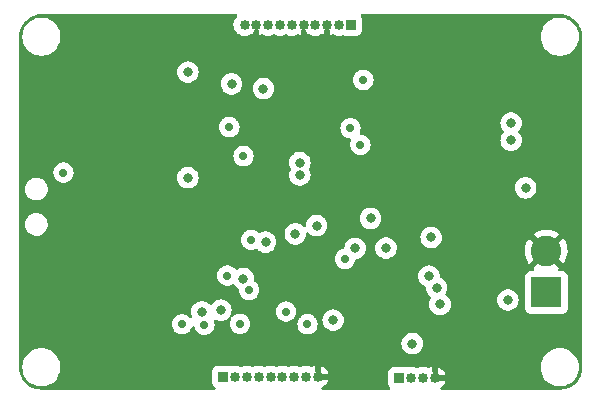
<source format=gbr>
%TF.GenerationSoftware,KiCad,Pcbnew,(6.0.0)*%
%TF.CreationDate,2022-11-12T11:45:21+03:00*%
%TF.ProjectId,RoBEC,526f4245-432e-46b6-9963-61645f706362,rev?*%
%TF.SameCoordinates,Original*%
%TF.FileFunction,Copper,L2,Inr*%
%TF.FilePolarity,Positive*%
%FSLAX46Y46*%
G04 Gerber Fmt 4.6, Leading zero omitted, Abs format (unit mm)*
G04 Created by KiCad (PCBNEW (6.0.0)) date 2022-11-12 11:45:21*
%MOMM*%
%LPD*%
G01*
G04 APERTURE LIST*
%TA.AperFunction,ComponentPad*%
%ADD10R,0.850000X0.850000*%
%TD*%
%TA.AperFunction,ComponentPad*%
%ADD11O,0.850000X0.850000*%
%TD*%
%TA.AperFunction,ComponentPad*%
%ADD12R,2.600000X2.600000*%
%TD*%
%TA.AperFunction,ComponentPad*%
%ADD13C,2.600000*%
%TD*%
%TA.AperFunction,ViaPad*%
%ADD14C,0.700000*%
%TD*%
%TA.AperFunction,ViaPad*%
%ADD15C,0.800000*%
%TD*%
G04 APERTURE END LIST*
D10*
%TO.N,+3V3*%
%TO.C,USART*%
X162962500Y-116105000D03*
D11*
%TO.N,USART_TX*%
X163962500Y-116105000D03*
%TO.N,USART_RX*%
X164962500Y-116105000D03*
%TO.N,GND*%
X165962500Y-116105000D03*
%TD*%
D10*
%TO.N,+3V3*%
%TO.C,SWD*%
X158862500Y-86205000D03*
D11*
%TO.N,Net-(J3-Pad2)*%
X157862500Y-86205000D03*
%TO.N,GND*%
X156862500Y-86205000D03*
%TO.N,SWCLK*%
X155862500Y-86205000D03*
%TO.N,GND*%
X154862500Y-86205000D03*
%TO.N,SWO*%
X153862500Y-86205000D03*
%TO.N,unconnected-(J3-Pad7)*%
X152862500Y-86205000D03*
%TO.N,unconnected-(J3-Pad8)*%
X151862500Y-86205000D03*
%TO.N,GND*%
X150862500Y-86205000D03*
%TO.N,Net-(J3-Pad10)*%
X149862500Y-86205000D03*
%TD*%
D12*
%TO.N,+12V*%
%TO.C,J1*%
X175407500Y-108855000D03*
D13*
%TO.N,GND*%
X175407500Y-105355000D03*
%TD*%
D10*
%TO.N,+3V3*%
%TO.C,SPI*%
X148062500Y-116005000D03*
D11*
%TO.N,SPI_SCK*%
X149062500Y-116005000D03*
%TO.N,SPI_MISO*%
X150062500Y-116005000D03*
%TO.N,SPI_MOSI*%
X151062500Y-116005000D03*
%TO.N,CS1*%
X152062500Y-116005000D03*
%TO.N,CS2*%
X153062500Y-116005000D03*
%TO.N,CS3*%
X154062500Y-116005000D03*
%TO.N,CS4*%
X155062500Y-116005000D03*
%TO.N,GND*%
X156062500Y-116005000D03*
%TD*%
D14*
%TO.N,+3V3*%
X149492500Y-111515000D03*
X159672500Y-96355000D03*
X150252500Y-108675000D03*
X144572500Y-111565000D03*
X155192500Y-111555000D03*
X153362500Y-110485000D03*
X148572500Y-94865000D03*
X149772500Y-97315000D03*
X148412500Y-107435000D03*
X134532500Y-98715000D03*
X158362500Y-106045000D03*
X159922500Y-90875000D03*
X150432500Y-104405000D03*
X146462500Y-111605000D03*
X158832500Y-94965000D03*
%TO.N,GND*%
X142762500Y-100255000D03*
X169242500Y-110345000D03*
X162812500Y-101255000D03*
X147032500Y-94855000D03*
D15*
X164252500Y-108925000D03*
D14*
X141182500Y-96795000D03*
X168882500Y-99795000D03*
X146922500Y-106855000D03*
X149182500Y-104585000D03*
X170282500Y-92055000D03*
X150692500Y-92835000D03*
X165242500Y-97975000D03*
D15*
X164152500Y-105235000D03*
D14*
X148782500Y-102105000D03*
X161472500Y-93615000D03*
X157882500Y-93645000D03*
X158042500Y-90865000D03*
X148362500Y-109235000D03*
X165032500Y-94645000D03*
D15*
%TO.N,+5V*%
X161838000Y-105105000D03*
X165662500Y-104205000D03*
X173662500Y-100005000D03*
%TO.N,+12V*%
X172162500Y-109505000D03*
X166413000Y-109875023D03*
%TO.N,USB_CONN_D+*%
X172432500Y-94515000D03*
X166122500Y-108455000D03*
%TO.N,USB_CONN_D-*%
X172435270Y-95976232D03*
X165472829Y-107476232D03*
%TO.N,Net-(J3-Pad10)*%
X145062500Y-99154500D03*
X145062500Y-90205000D03*
%TO.N,SPI_SCK*%
X149762500Y-107695500D03*
X146262500Y-110505000D03*
%TO.N,SPI_MISO*%
X147851461Y-110367987D03*
X151642500Y-104605000D03*
%TO.N,USART_TX*%
X154162500Y-103905000D03*
X157362500Y-111205000D03*
%TO.N,USART_RX*%
X164062500Y-113205000D03*
X155962500Y-103205000D03*
%TO.N,Net-(R1-Pad1)*%
X151462500Y-91605000D03*
X148762500Y-91205000D03*
%TO.N,USB_D-*%
X159222500Y-105125000D03*
X154539124Y-98924989D03*
%TO.N,USB_D+*%
X160533732Y-102605385D03*
X154539124Y-97874989D03*
%TD*%
%TA.AperFunction,Conductor*%
%TO.N,GND*%
G36*
X149194633Y-85333002D02*
G01*
X149241126Y-85386658D01*
X149251230Y-85456932D01*
X149220148Y-85523310D01*
X149203587Y-85541703D01*
X149103123Y-85653280D01*
X149005008Y-85823220D01*
X148944370Y-86009845D01*
X148923858Y-86205000D01*
X148944370Y-86400155D01*
X149005008Y-86586780D01*
X149103123Y-86756720D01*
X149234426Y-86902547D01*
X149239768Y-86906428D01*
X149239770Y-86906430D01*
X149349400Y-86986081D01*
X149393179Y-87017888D01*
X149399207Y-87020572D01*
X149399209Y-87020573D01*
X149566413Y-87095017D01*
X149572444Y-87097702D01*
X149668415Y-87118101D01*
X149757928Y-87137128D01*
X149757932Y-87137128D01*
X149764385Y-87138500D01*
X149960615Y-87138500D01*
X149967068Y-87137128D01*
X149967072Y-87137128D01*
X150056585Y-87118101D01*
X150152556Y-87097702D01*
X150159663Y-87094538D01*
X150203031Y-87075229D01*
X150311868Y-87026772D01*
X150382233Y-87017338D01*
X150414364Y-87026772D01*
X150566568Y-87094538D01*
X150579056Y-87098595D01*
X150590780Y-87101088D01*
X150604841Y-87100015D01*
X150608500Y-87090059D01*
X150608500Y-86813651D01*
X150625381Y-86750651D01*
X150716688Y-86592503D01*
X150716689Y-86592502D01*
X150719992Y-86586780D01*
X150742667Y-86516993D01*
X150782740Y-86458387D01*
X150848137Y-86430750D01*
X150918094Y-86442857D01*
X150970400Y-86490863D01*
X150982333Y-86516992D01*
X151005008Y-86586780D01*
X151008311Y-86592502D01*
X151008312Y-86592503D01*
X151099619Y-86750651D01*
X151116500Y-86813651D01*
X151116500Y-87086739D01*
X151120473Y-87100270D01*
X151130968Y-87101779D01*
X151145944Y-87098595D01*
X151158432Y-87094538D01*
X151310636Y-87026772D01*
X151381003Y-87017338D01*
X151413130Y-87026771D01*
X151521969Y-87075229D01*
X151565338Y-87094538D01*
X151572444Y-87097702D01*
X151668415Y-87118101D01*
X151757928Y-87137128D01*
X151757932Y-87137128D01*
X151764385Y-87138500D01*
X151960615Y-87138500D01*
X151967068Y-87137128D01*
X151967072Y-87137128D01*
X152056585Y-87118101D01*
X152152556Y-87097702D01*
X152159663Y-87094538D01*
X152208586Y-87072756D01*
X152311252Y-87027046D01*
X152381618Y-87017612D01*
X152413747Y-87027045D01*
X152516414Y-87072756D01*
X152565338Y-87094538D01*
X152572444Y-87097702D01*
X152668415Y-87118101D01*
X152757928Y-87137128D01*
X152757932Y-87137128D01*
X152764385Y-87138500D01*
X152960615Y-87138500D01*
X152967068Y-87137128D01*
X152967072Y-87137128D01*
X153056585Y-87118101D01*
X153152556Y-87097702D01*
X153159663Y-87094538D01*
X153208586Y-87072756D01*
X153311252Y-87027046D01*
X153381618Y-87017612D01*
X153413747Y-87027045D01*
X153516414Y-87072756D01*
X153565338Y-87094538D01*
X153572444Y-87097702D01*
X153668415Y-87118101D01*
X153757928Y-87137128D01*
X153757932Y-87137128D01*
X153764385Y-87138500D01*
X153960615Y-87138500D01*
X153967068Y-87137128D01*
X153967072Y-87137128D01*
X154056585Y-87118101D01*
X154152556Y-87097702D01*
X154159663Y-87094538D01*
X154203031Y-87075229D01*
X154311868Y-87026772D01*
X154382233Y-87017338D01*
X154414364Y-87026772D01*
X154566568Y-87094538D01*
X154579056Y-87098595D01*
X154590780Y-87101088D01*
X154604841Y-87100015D01*
X154608500Y-87090059D01*
X154608500Y-86813651D01*
X154625381Y-86750651D01*
X154716688Y-86592503D01*
X154716689Y-86592502D01*
X154719992Y-86586780D01*
X154742667Y-86516993D01*
X154782740Y-86458387D01*
X154848137Y-86430750D01*
X154918094Y-86442857D01*
X154970400Y-86490863D01*
X154982333Y-86516992D01*
X155005008Y-86586780D01*
X155008311Y-86592502D01*
X155008312Y-86592503D01*
X155099619Y-86750651D01*
X155116500Y-86813651D01*
X155116500Y-87086739D01*
X155120473Y-87100270D01*
X155130968Y-87101779D01*
X155145944Y-87098595D01*
X155158432Y-87094538D01*
X155310636Y-87026772D01*
X155381003Y-87017338D01*
X155413130Y-87026771D01*
X155521969Y-87075229D01*
X155565338Y-87094538D01*
X155572444Y-87097702D01*
X155668415Y-87118101D01*
X155757928Y-87137128D01*
X155757932Y-87137128D01*
X155764385Y-87138500D01*
X155960615Y-87138500D01*
X155967068Y-87137128D01*
X155967072Y-87137128D01*
X156056585Y-87118101D01*
X156152556Y-87097702D01*
X156159663Y-87094538D01*
X156203031Y-87075229D01*
X156311868Y-87026772D01*
X156382233Y-87017338D01*
X156414364Y-87026772D01*
X156566568Y-87094538D01*
X156579056Y-87098595D01*
X156590780Y-87101088D01*
X156604841Y-87100015D01*
X156608500Y-87090059D01*
X156608500Y-86813651D01*
X156625381Y-86750651D01*
X156716688Y-86592503D01*
X156716689Y-86592502D01*
X156719992Y-86586780D01*
X156742667Y-86516993D01*
X156782740Y-86458387D01*
X156848137Y-86430750D01*
X156918094Y-86442857D01*
X156970400Y-86490863D01*
X156982333Y-86516992D01*
X157005008Y-86586780D01*
X157008311Y-86592502D01*
X157008312Y-86592503D01*
X157099619Y-86750651D01*
X157116500Y-86813651D01*
X157116500Y-87086739D01*
X157120473Y-87100270D01*
X157130968Y-87101779D01*
X157145944Y-87098595D01*
X157158432Y-87094538D01*
X157310636Y-87026772D01*
X157381003Y-87017338D01*
X157413130Y-87026771D01*
X157521969Y-87075229D01*
X157565338Y-87094538D01*
X157572444Y-87097702D01*
X157668415Y-87118101D01*
X157757928Y-87137128D01*
X157757932Y-87137128D01*
X157764385Y-87138500D01*
X157960615Y-87138500D01*
X157967068Y-87137128D01*
X157967072Y-87137128D01*
X158050946Y-87119300D01*
X158152556Y-87097702D01*
X158155689Y-87096307D01*
X158225477Y-87094311D01*
X158237674Y-87098189D01*
X158327184Y-87131745D01*
X158389366Y-87138500D01*
X159335634Y-87138500D01*
X159397816Y-87131745D01*
X159534205Y-87080615D01*
X159650761Y-86993261D01*
X159738115Y-86876705D01*
X159789245Y-86740316D01*
X159796000Y-86678134D01*
X159796000Y-85731866D01*
X159789245Y-85669684D01*
X159738115Y-85533295D01*
X159724077Y-85514564D01*
X159699230Y-85448057D01*
X159714284Y-85378675D01*
X159764459Y-85328445D01*
X159824904Y-85313000D01*
X176513172Y-85313000D01*
X176532557Y-85314500D01*
X176547358Y-85316805D01*
X176547361Y-85316805D01*
X176556230Y-85318186D01*
X176572498Y-85316059D01*
X176597068Y-85315266D01*
X176801211Y-85328646D01*
X176817552Y-85330797D01*
X177044089Y-85375859D01*
X177060008Y-85380125D01*
X177278715Y-85454365D01*
X177293942Y-85460672D01*
X177501092Y-85562827D01*
X177515366Y-85571068D01*
X177707411Y-85699389D01*
X177720486Y-85709422D01*
X177894144Y-85861715D01*
X177905785Y-85873356D01*
X178025482Y-86009845D01*
X178058078Y-86047014D01*
X178068111Y-86060089D01*
X178196432Y-86252134D01*
X178204673Y-86266408D01*
X178306828Y-86473558D01*
X178313135Y-86488785D01*
X178387375Y-86707492D01*
X178391641Y-86723411D01*
X178436703Y-86949948D01*
X178438854Y-86966290D01*
X178451764Y-87163269D01*
X178450739Y-87186304D01*
X178450696Y-87189854D01*
X178449314Y-87198730D01*
X178450779Y-87209930D01*
X178453436Y-87230251D01*
X178454500Y-87246589D01*
X178454500Y-115155672D01*
X178453000Y-115175056D01*
X178449314Y-115198730D01*
X178451441Y-115214998D01*
X178452234Y-115239568D01*
X178438854Y-115443711D01*
X178436703Y-115460052D01*
X178391641Y-115686589D01*
X178387375Y-115702508D01*
X178313135Y-115921215D01*
X178306828Y-115936442D01*
X178204673Y-116143592D01*
X178196432Y-116157866D01*
X178068111Y-116349911D01*
X178058078Y-116362986D01*
X177905785Y-116536644D01*
X177894144Y-116548285D01*
X177757296Y-116668297D01*
X177720486Y-116700578D01*
X177707411Y-116710611D01*
X177515366Y-116838932D01*
X177501092Y-116847173D01*
X177293942Y-116949328D01*
X177278715Y-116955635D01*
X177060008Y-117029875D01*
X177044089Y-117034141D01*
X176817552Y-117079203D01*
X176801210Y-117081354D01*
X176604231Y-117094264D01*
X176581196Y-117093239D01*
X176577646Y-117093196D01*
X176568770Y-117091814D01*
X176540262Y-117095542D01*
X176537249Y-117095936D01*
X176520911Y-117097000D01*
X166572231Y-117097000D01*
X166504110Y-117076998D01*
X166457617Y-117023342D01*
X166447513Y-116953068D01*
X166477007Y-116888488D01*
X166498170Y-116869064D01*
X166584894Y-116806056D01*
X166594657Y-116797265D01*
X166717054Y-116661328D01*
X166724770Y-116650709D01*
X166816233Y-116492291D01*
X166821573Y-116480296D01*
X166855385Y-116376232D01*
X166855788Y-116362132D01*
X166849417Y-116359000D01*
X166014383Y-116359000D01*
X165946262Y-116338998D01*
X165899769Y-116285342D01*
X165889073Y-116219829D01*
X165900452Y-116111565D01*
X165901142Y-116105000D01*
X165889941Y-115998435D01*
X165881320Y-115916409D01*
X165881320Y-115916408D01*
X165880630Y-115909845D01*
X165855624Y-115832885D01*
X166216500Y-115832885D01*
X166220975Y-115848124D01*
X166222365Y-115849329D01*
X166230048Y-115851000D01*
X166842869Y-115851000D01*
X166856400Y-115847027D01*
X166857410Y-115840000D01*
X166821573Y-115729704D01*
X166816233Y-115717709D01*
X166724770Y-115559291D01*
X166717054Y-115548672D01*
X166594657Y-115412735D01*
X166584894Y-115403944D01*
X166436912Y-115296429D01*
X166425540Y-115289863D01*
X166258432Y-115215462D01*
X166245944Y-115211405D01*
X166234220Y-115208912D01*
X166220159Y-115209985D01*
X166216500Y-115219941D01*
X166216500Y-115832885D01*
X165855624Y-115832885D01*
X165819992Y-115723220D01*
X165811300Y-115708164D01*
X165725381Y-115559349D01*
X165708500Y-115496349D01*
X165708500Y-115223261D01*
X165704527Y-115209730D01*
X165694032Y-115208221D01*
X165679056Y-115211405D01*
X165666568Y-115215462D01*
X165514365Y-115283228D01*
X165443998Y-115292662D01*
X165411867Y-115283228D01*
X165258587Y-115214983D01*
X165258586Y-115214983D01*
X165252556Y-115212298D01*
X165218221Y-115205000D01*
X174949026Y-115205000D01*
X174968891Y-115457403D01*
X174970045Y-115462210D01*
X174970046Y-115462216D01*
X174991909Y-115553280D01*
X175027995Y-115703591D01*
X175029888Y-115708162D01*
X175029889Y-115708164D01*
X175121378Y-115929037D01*
X175124884Y-115937502D01*
X175257172Y-116153376D01*
X175421602Y-116345898D01*
X175614124Y-116510328D01*
X175829998Y-116642616D01*
X175834568Y-116644509D01*
X175834572Y-116644511D01*
X176059336Y-116737611D01*
X176063909Y-116739505D01*
X176126731Y-116754587D01*
X176305284Y-116797454D01*
X176305290Y-116797455D01*
X176310097Y-116798609D01*
X176404718Y-116806056D01*
X176496845Y-116813307D01*
X176496852Y-116813307D01*
X176499301Y-116813500D01*
X176625699Y-116813500D01*
X176628148Y-116813307D01*
X176628155Y-116813307D01*
X176720282Y-116806056D01*
X176814903Y-116798609D01*
X176819710Y-116797455D01*
X176819716Y-116797454D01*
X176998269Y-116754587D01*
X177061091Y-116739505D01*
X177065664Y-116737611D01*
X177290428Y-116644511D01*
X177290432Y-116644509D01*
X177295002Y-116642616D01*
X177510876Y-116510328D01*
X177703398Y-116345898D01*
X177867828Y-116153376D01*
X178000116Y-115937502D01*
X178003623Y-115929037D01*
X178095111Y-115708164D01*
X178095112Y-115708162D01*
X178097005Y-115703591D01*
X178133091Y-115553280D01*
X178154954Y-115462216D01*
X178154955Y-115462210D01*
X178156109Y-115457403D01*
X178175974Y-115205000D01*
X178156109Y-114952597D01*
X178097005Y-114706409D01*
X178000116Y-114472498D01*
X177867828Y-114256624D01*
X177703398Y-114064102D01*
X177510876Y-113899672D01*
X177295002Y-113767384D01*
X177290432Y-113765491D01*
X177290428Y-113765489D01*
X177065664Y-113672389D01*
X177065662Y-113672388D01*
X177061091Y-113670495D01*
X176976468Y-113650179D01*
X176819716Y-113612546D01*
X176819710Y-113612545D01*
X176814903Y-113611391D01*
X176715084Y-113603535D01*
X176628155Y-113596693D01*
X176628148Y-113596693D01*
X176625699Y-113596500D01*
X176499301Y-113596500D01*
X176496852Y-113596693D01*
X176496845Y-113596693D01*
X176409916Y-113603535D01*
X176310097Y-113611391D01*
X176305290Y-113612545D01*
X176305284Y-113612546D01*
X176148532Y-113650179D01*
X176063909Y-113670495D01*
X176059338Y-113672388D01*
X176059336Y-113672389D01*
X175834572Y-113765489D01*
X175834568Y-113765491D01*
X175829998Y-113767384D01*
X175614124Y-113899672D01*
X175421602Y-114064102D01*
X175257172Y-114256624D01*
X175124884Y-114472498D01*
X175027995Y-114706409D01*
X174968891Y-114952597D01*
X174949026Y-115205000D01*
X165218221Y-115205000D01*
X165147007Y-115189863D01*
X165067072Y-115172872D01*
X165067068Y-115172872D01*
X165060615Y-115171500D01*
X164864385Y-115171500D01*
X164857932Y-115172872D01*
X164857928Y-115172872D01*
X164777993Y-115189863D01*
X164672444Y-115212298D01*
X164666414Y-115214983D01*
X164666413Y-115214983D01*
X164636761Y-115228185D01*
X164513748Y-115282954D01*
X164443382Y-115292388D01*
X164411253Y-115282955D01*
X164288239Y-115228185D01*
X164258587Y-115214983D01*
X164258586Y-115214983D01*
X164252556Y-115212298D01*
X164147007Y-115189863D01*
X164067072Y-115172872D01*
X164067068Y-115172872D01*
X164060615Y-115171500D01*
X163864385Y-115171500D01*
X163857932Y-115172872D01*
X163857928Y-115172872D01*
X163778017Y-115189858D01*
X163672444Y-115212298D01*
X163669311Y-115213693D01*
X163599523Y-115215689D01*
X163587326Y-115211811D01*
X163497816Y-115178255D01*
X163435634Y-115171500D01*
X162489366Y-115171500D01*
X162427184Y-115178255D01*
X162290795Y-115229385D01*
X162174239Y-115316739D01*
X162086885Y-115433295D01*
X162035755Y-115569684D01*
X162029000Y-115631866D01*
X162029000Y-116578134D01*
X162035755Y-116640316D01*
X162086885Y-116776705D01*
X162114515Y-116813571D01*
X162174239Y-116893261D01*
X162171858Y-116895046D01*
X162198708Y-116944217D01*
X162193643Y-117015032D01*
X162151096Y-117071868D01*
X162084576Y-117096679D01*
X162075587Y-117097000D01*
X156496479Y-117097000D01*
X156428358Y-117076998D01*
X156381865Y-117023342D01*
X156371761Y-116953068D01*
X156401255Y-116888488D01*
X156445230Y-116855893D01*
X156525540Y-116820137D01*
X156536912Y-116813571D01*
X156684894Y-116706056D01*
X156694657Y-116697265D01*
X156817054Y-116561328D01*
X156824770Y-116550709D01*
X156916233Y-116392291D01*
X156921573Y-116380296D01*
X156955385Y-116276232D01*
X156955788Y-116262132D01*
X156949417Y-116259000D01*
X156114383Y-116259000D01*
X156046262Y-116238998D01*
X155999769Y-116185342D01*
X155989073Y-116119829D01*
X156000452Y-116011565D01*
X156001142Y-116005000D01*
X155984538Y-115847027D01*
X155981320Y-115816409D01*
X155981320Y-115816408D01*
X155980630Y-115809845D01*
X155955624Y-115732885D01*
X156316500Y-115732885D01*
X156320975Y-115748124D01*
X156322365Y-115749329D01*
X156330048Y-115751000D01*
X156942869Y-115751000D01*
X156956400Y-115747027D01*
X156957410Y-115740000D01*
X156921573Y-115629704D01*
X156916233Y-115617709D01*
X156824770Y-115459291D01*
X156817054Y-115448672D01*
X156694657Y-115312735D01*
X156684894Y-115303944D01*
X156536912Y-115196429D01*
X156525540Y-115189863D01*
X156358432Y-115115462D01*
X156345944Y-115111405D01*
X156334220Y-115108912D01*
X156320159Y-115109985D01*
X156316500Y-115119941D01*
X156316500Y-115732885D01*
X155955624Y-115732885D01*
X155919992Y-115623220D01*
X155865288Y-115528469D01*
X155825381Y-115459349D01*
X155808500Y-115396349D01*
X155808500Y-115123261D01*
X155804527Y-115109730D01*
X155794032Y-115108221D01*
X155779056Y-115111405D01*
X155766568Y-115115462D01*
X155614365Y-115183228D01*
X155543998Y-115192662D01*
X155511867Y-115183228D01*
X155486355Y-115171869D01*
X155390871Y-115129357D01*
X155358587Y-115114983D01*
X155358586Y-115114983D01*
X155352556Y-115112298D01*
X155256585Y-115091899D01*
X155167072Y-115072872D01*
X155167068Y-115072872D01*
X155160615Y-115071500D01*
X154964385Y-115071500D01*
X154957932Y-115072872D01*
X154957928Y-115072872D01*
X154868415Y-115091899D01*
X154772444Y-115112298D01*
X154766414Y-115114983D01*
X154766413Y-115114983D01*
X154734129Y-115129357D01*
X154613748Y-115182954D01*
X154543382Y-115192388D01*
X154511253Y-115182955D01*
X154390871Y-115129357D01*
X154358587Y-115114983D01*
X154358586Y-115114983D01*
X154352556Y-115112298D01*
X154256585Y-115091899D01*
X154167072Y-115072872D01*
X154167068Y-115072872D01*
X154160615Y-115071500D01*
X153964385Y-115071500D01*
X153957932Y-115072872D01*
X153957928Y-115072872D01*
X153868415Y-115091899D01*
X153772444Y-115112298D01*
X153766414Y-115114983D01*
X153766413Y-115114983D01*
X153734129Y-115129357D01*
X153613748Y-115182954D01*
X153543382Y-115192388D01*
X153511253Y-115182955D01*
X153390871Y-115129357D01*
X153358587Y-115114983D01*
X153358586Y-115114983D01*
X153352556Y-115112298D01*
X153256585Y-115091899D01*
X153167072Y-115072872D01*
X153167068Y-115072872D01*
X153160615Y-115071500D01*
X152964385Y-115071500D01*
X152957932Y-115072872D01*
X152957928Y-115072872D01*
X152868415Y-115091899D01*
X152772444Y-115112298D01*
X152766414Y-115114983D01*
X152766413Y-115114983D01*
X152734129Y-115129357D01*
X152613748Y-115182954D01*
X152543382Y-115192388D01*
X152511253Y-115182955D01*
X152390871Y-115129357D01*
X152358587Y-115114983D01*
X152358586Y-115114983D01*
X152352556Y-115112298D01*
X152256585Y-115091899D01*
X152167072Y-115072872D01*
X152167068Y-115072872D01*
X152160615Y-115071500D01*
X151964385Y-115071500D01*
X151957932Y-115072872D01*
X151957928Y-115072872D01*
X151868415Y-115091899D01*
X151772444Y-115112298D01*
X151766414Y-115114983D01*
X151766413Y-115114983D01*
X151734129Y-115129357D01*
X151613748Y-115182954D01*
X151543382Y-115192388D01*
X151511253Y-115182955D01*
X151390871Y-115129357D01*
X151358587Y-115114983D01*
X151358586Y-115114983D01*
X151352556Y-115112298D01*
X151256585Y-115091899D01*
X151167072Y-115072872D01*
X151167068Y-115072872D01*
X151160615Y-115071500D01*
X150964385Y-115071500D01*
X150957932Y-115072872D01*
X150957928Y-115072872D01*
X150868415Y-115091899D01*
X150772444Y-115112298D01*
X150766414Y-115114983D01*
X150766413Y-115114983D01*
X150734129Y-115129357D01*
X150613748Y-115182954D01*
X150543382Y-115192388D01*
X150511253Y-115182955D01*
X150390871Y-115129357D01*
X150358587Y-115114983D01*
X150358586Y-115114983D01*
X150352556Y-115112298D01*
X150256585Y-115091899D01*
X150167072Y-115072872D01*
X150167068Y-115072872D01*
X150160615Y-115071500D01*
X149964385Y-115071500D01*
X149957932Y-115072872D01*
X149957928Y-115072872D01*
X149868415Y-115091899D01*
X149772444Y-115112298D01*
X149766414Y-115114983D01*
X149766413Y-115114983D01*
X149734129Y-115129357D01*
X149613748Y-115182954D01*
X149543382Y-115192388D01*
X149511253Y-115182955D01*
X149390871Y-115129357D01*
X149358587Y-115114983D01*
X149358586Y-115114983D01*
X149352556Y-115112298D01*
X149256585Y-115091899D01*
X149167072Y-115072872D01*
X149167068Y-115072872D01*
X149160615Y-115071500D01*
X148964385Y-115071500D01*
X148957932Y-115072872D01*
X148957928Y-115072872D01*
X148874054Y-115090700D01*
X148772444Y-115112298D01*
X148769311Y-115113693D01*
X148699523Y-115115689D01*
X148687326Y-115111811D01*
X148597816Y-115078255D01*
X148535634Y-115071500D01*
X147589366Y-115071500D01*
X147527184Y-115078255D01*
X147390795Y-115129385D01*
X147274239Y-115216739D01*
X147186885Y-115333295D01*
X147135755Y-115469684D01*
X147129000Y-115531866D01*
X147129000Y-116478134D01*
X147135755Y-116540316D01*
X147186885Y-116676705D01*
X147274239Y-116793261D01*
X147341300Y-116843520D01*
X147376864Y-116870174D01*
X147419379Y-116927033D01*
X147424405Y-116997852D01*
X147390345Y-117060145D01*
X147328014Y-117094135D01*
X147301299Y-117097000D01*
X132711828Y-117097000D01*
X132692443Y-117095500D01*
X132677642Y-117093195D01*
X132677639Y-117093195D01*
X132668770Y-117091814D01*
X132652502Y-117093941D01*
X132627932Y-117094734D01*
X132423789Y-117081354D01*
X132407448Y-117079203D01*
X132180911Y-117034141D01*
X132164992Y-117029875D01*
X131946285Y-116955635D01*
X131931058Y-116949328D01*
X131723908Y-116847173D01*
X131709634Y-116838932D01*
X131517589Y-116710611D01*
X131504514Y-116700578D01*
X131467704Y-116668297D01*
X131330856Y-116548285D01*
X131319215Y-116536644D01*
X131166922Y-116362986D01*
X131156889Y-116349911D01*
X131028568Y-116157866D01*
X131020327Y-116143592D01*
X130918172Y-115936442D01*
X130911865Y-115921215D01*
X130837625Y-115702508D01*
X130833359Y-115686589D01*
X130788297Y-115460052D01*
X130786146Y-115443710D01*
X130773236Y-115246731D01*
X130774261Y-115223696D01*
X130774304Y-115220146D01*
X130775686Y-115211270D01*
X130774866Y-115205000D01*
X131049026Y-115205000D01*
X131068891Y-115457403D01*
X131070045Y-115462210D01*
X131070046Y-115462216D01*
X131091909Y-115553280D01*
X131127995Y-115703591D01*
X131129888Y-115708162D01*
X131129889Y-115708164D01*
X131221378Y-115929037D01*
X131224884Y-115937502D01*
X131357172Y-116153376D01*
X131521602Y-116345898D01*
X131714124Y-116510328D01*
X131929998Y-116642616D01*
X131934568Y-116644509D01*
X131934572Y-116644511D01*
X132159336Y-116737611D01*
X132163909Y-116739505D01*
X132226731Y-116754587D01*
X132405284Y-116797454D01*
X132405290Y-116797455D01*
X132410097Y-116798609D01*
X132504718Y-116806056D01*
X132596845Y-116813307D01*
X132596852Y-116813307D01*
X132599301Y-116813500D01*
X132725699Y-116813500D01*
X132728148Y-116813307D01*
X132728155Y-116813307D01*
X132820282Y-116806056D01*
X132914903Y-116798609D01*
X132919710Y-116797455D01*
X132919716Y-116797454D01*
X133098269Y-116754587D01*
X133161091Y-116739505D01*
X133165664Y-116737611D01*
X133390428Y-116644511D01*
X133390432Y-116644509D01*
X133395002Y-116642616D01*
X133610876Y-116510328D01*
X133803398Y-116345898D01*
X133967828Y-116153376D01*
X134100116Y-115937502D01*
X134103623Y-115929037D01*
X134195111Y-115708164D01*
X134195112Y-115708162D01*
X134197005Y-115703591D01*
X134233091Y-115553280D01*
X134254954Y-115462216D01*
X134254955Y-115462210D01*
X134256109Y-115457403D01*
X134275974Y-115205000D01*
X134256109Y-114952597D01*
X134197005Y-114706409D01*
X134100116Y-114472498D01*
X133967828Y-114256624D01*
X133803398Y-114064102D01*
X133610876Y-113899672D01*
X133395002Y-113767384D01*
X133390432Y-113765491D01*
X133390428Y-113765489D01*
X133165664Y-113672389D01*
X133165662Y-113672388D01*
X133161091Y-113670495D01*
X133076468Y-113650179D01*
X132919716Y-113612546D01*
X132919710Y-113612545D01*
X132914903Y-113611391D01*
X132815084Y-113603535D01*
X132728155Y-113596693D01*
X132728148Y-113596693D01*
X132725699Y-113596500D01*
X132599301Y-113596500D01*
X132596852Y-113596693D01*
X132596845Y-113596693D01*
X132509916Y-113603535D01*
X132410097Y-113611391D01*
X132405290Y-113612545D01*
X132405284Y-113612546D01*
X132248532Y-113650179D01*
X132163909Y-113670495D01*
X132159338Y-113672388D01*
X132159336Y-113672389D01*
X131934572Y-113765489D01*
X131934568Y-113765491D01*
X131929998Y-113767384D01*
X131714124Y-113899672D01*
X131521602Y-114064102D01*
X131357172Y-114256624D01*
X131224884Y-114472498D01*
X131127995Y-114706409D01*
X131068891Y-114952597D01*
X131049026Y-115205000D01*
X130774866Y-115205000D01*
X130771564Y-115179748D01*
X130770500Y-115163411D01*
X130770500Y-113205000D01*
X163148996Y-113205000D01*
X163168958Y-113394928D01*
X163227973Y-113576556D01*
X163323460Y-113741944D01*
X163451247Y-113883866D01*
X163605748Y-113996118D01*
X163611776Y-113998802D01*
X163611778Y-113998803D01*
X163751238Y-114060894D01*
X163780212Y-114073794D01*
X163873613Y-114093647D01*
X163960556Y-114112128D01*
X163960561Y-114112128D01*
X163967013Y-114113500D01*
X164157987Y-114113500D01*
X164164439Y-114112128D01*
X164164444Y-114112128D01*
X164251387Y-114093647D01*
X164344788Y-114073794D01*
X164373762Y-114060894D01*
X164513222Y-113998803D01*
X164513224Y-113998802D01*
X164519252Y-113996118D01*
X164673753Y-113883866D01*
X164801540Y-113741944D01*
X164897027Y-113576556D01*
X164956042Y-113394928D01*
X164976004Y-113205000D01*
X164956042Y-113015072D01*
X164897027Y-112833444D01*
X164801540Y-112668056D01*
X164673753Y-112526134D01*
X164537792Y-112427352D01*
X164524594Y-112417763D01*
X164524593Y-112417762D01*
X164519252Y-112413882D01*
X164513224Y-112411198D01*
X164513222Y-112411197D01*
X164350819Y-112338891D01*
X164350818Y-112338891D01*
X164344788Y-112336206D01*
X164251387Y-112316353D01*
X164164444Y-112297872D01*
X164164439Y-112297872D01*
X164157987Y-112296500D01*
X163967013Y-112296500D01*
X163960561Y-112297872D01*
X163960556Y-112297872D01*
X163873612Y-112316353D01*
X163780212Y-112336206D01*
X163774182Y-112338891D01*
X163774181Y-112338891D01*
X163611778Y-112411197D01*
X163611776Y-112411198D01*
X163605748Y-112413882D01*
X163600407Y-112417762D01*
X163600406Y-112417763D01*
X163587208Y-112427352D01*
X163451247Y-112526134D01*
X163323460Y-112668056D01*
X163227973Y-112833444D01*
X163168958Y-113015072D01*
X163148996Y-113205000D01*
X130770500Y-113205000D01*
X130770500Y-111565000D01*
X143709271Y-111565000D01*
X143728135Y-111744475D01*
X143783901Y-111916107D01*
X143874133Y-112072393D01*
X143878551Y-112077300D01*
X143878552Y-112077301D01*
X143910149Y-112112393D01*
X143994887Y-112206504D01*
X144000229Y-112210385D01*
X144000231Y-112210387D01*
X144120644Y-112297872D01*
X144140885Y-112312578D01*
X144146913Y-112315262D01*
X144146915Y-112315263D01*
X144286369Y-112377352D01*
X144305748Y-112385980D01*
X144394008Y-112404740D01*
X144475811Y-112422128D01*
X144475815Y-112422128D01*
X144482268Y-112423500D01*
X144662732Y-112423500D01*
X144669185Y-112422128D01*
X144669189Y-112422128D01*
X144750992Y-112404740D01*
X144839252Y-112385980D01*
X144858631Y-112377352D01*
X144998085Y-112315263D01*
X144998087Y-112315262D01*
X145004115Y-112312578D01*
X145024356Y-112297872D01*
X145144769Y-112210387D01*
X145144771Y-112210385D01*
X145150113Y-112206504D01*
X145234851Y-112112393D01*
X145266448Y-112077301D01*
X145266449Y-112077300D01*
X145270867Y-112072393D01*
X145361099Y-111916107D01*
X145379387Y-111859822D01*
X145391169Y-111823561D01*
X145431242Y-111764955D01*
X145496639Y-111737318D01*
X145566596Y-111749425D01*
X145618902Y-111797431D01*
X145630835Y-111823562D01*
X145644659Y-111866107D01*
X145673901Y-111956107D01*
X145764133Y-112112393D01*
X145884887Y-112246504D01*
X145890229Y-112250385D01*
X145890231Y-112250387D01*
X146025543Y-112348697D01*
X146030885Y-112352578D01*
X146036913Y-112355262D01*
X146036915Y-112355263D01*
X146177292Y-112417763D01*
X146195748Y-112425980D01*
X146284008Y-112444740D01*
X146365811Y-112462128D01*
X146365815Y-112462128D01*
X146372268Y-112463500D01*
X146552732Y-112463500D01*
X146559185Y-112462128D01*
X146559189Y-112462128D01*
X146640992Y-112444740D01*
X146729252Y-112425980D01*
X146747708Y-112417763D01*
X146888085Y-112355263D01*
X146888087Y-112355262D01*
X146894115Y-112352578D01*
X146899457Y-112348697D01*
X147034769Y-112250387D01*
X147034771Y-112250385D01*
X147040113Y-112246504D01*
X147160867Y-112112393D01*
X147251099Y-111956107D01*
X147294165Y-111823561D01*
X147304825Y-111790754D01*
X147304825Y-111790753D01*
X147306865Y-111784475D01*
X147325729Y-111605000D01*
X147306865Y-111425525D01*
X147278254Y-111337468D01*
X147276226Y-111266503D01*
X147312889Y-111205705D01*
X147376601Y-111174379D01*
X147449335Y-111183427D01*
X147563138Y-111234095D01*
X147563146Y-111234098D01*
X147569173Y-111236781D01*
X147662574Y-111256634D01*
X147749517Y-111275115D01*
X147749522Y-111275115D01*
X147755974Y-111276487D01*
X147946948Y-111276487D01*
X147953400Y-111275115D01*
X147953405Y-111275115D01*
X148040349Y-111256634D01*
X148133749Y-111236781D01*
X148139782Y-111234095D01*
X148302183Y-111161790D01*
X148302185Y-111161789D01*
X148308213Y-111159105D01*
X148462714Y-111046853D01*
X148521123Y-110981983D01*
X148581566Y-110944745D01*
X148652550Y-110946097D01*
X148711535Y-110985610D01*
X148739793Y-111050741D01*
X148728354Y-111120810D01*
X148723876Y-111129295D01*
X148703901Y-111163893D01*
X148648135Y-111335525D01*
X148629271Y-111515000D01*
X148648135Y-111694475D01*
X148650175Y-111700753D01*
X148650175Y-111700754D01*
X148662055Y-111737318D01*
X148703901Y-111866107D01*
X148794133Y-112022393D01*
X148798551Y-112027300D01*
X148798552Y-112027301D01*
X148841650Y-112075166D01*
X148914887Y-112156504D01*
X148920229Y-112160385D01*
X148920231Y-112160387D01*
X149055543Y-112258697D01*
X149060885Y-112262578D01*
X149066913Y-112265262D01*
X149066915Y-112265263D01*
X149173186Y-112312578D01*
X149225748Y-112335980D01*
X149314008Y-112354740D01*
X149395811Y-112372128D01*
X149395815Y-112372128D01*
X149402268Y-112373500D01*
X149582732Y-112373500D01*
X149589185Y-112372128D01*
X149589189Y-112372128D01*
X149670992Y-112354740D01*
X149759252Y-112335980D01*
X149811814Y-112312578D01*
X149918085Y-112265263D01*
X149918087Y-112265262D01*
X149924115Y-112262578D01*
X149929457Y-112258697D01*
X150064769Y-112160387D01*
X150064771Y-112160385D01*
X150070113Y-112156504D01*
X150143350Y-112075166D01*
X150186448Y-112027301D01*
X150186449Y-112027300D01*
X150190867Y-112022393D01*
X150281099Y-111866107D01*
X150322945Y-111737318D01*
X150334825Y-111700754D01*
X150334825Y-111700753D01*
X150336865Y-111694475D01*
X150351525Y-111555000D01*
X154329271Y-111555000D01*
X154348135Y-111734475D01*
X154403901Y-111906107D01*
X154407204Y-111911829D01*
X154407205Y-111911830D01*
X154412979Y-111921830D01*
X154494133Y-112062393D01*
X154498551Y-112067300D01*
X154498552Y-112067301D01*
X154539153Y-112112393D01*
X154614887Y-112196504D01*
X154620229Y-112200385D01*
X154620231Y-112200387D01*
X154755543Y-112298697D01*
X154760885Y-112302578D01*
X154766913Y-112305262D01*
X154766915Y-112305263D01*
X154873186Y-112352578D01*
X154925748Y-112375980D01*
X155014008Y-112394740D01*
X155095811Y-112412128D01*
X155095815Y-112412128D01*
X155102268Y-112413500D01*
X155282732Y-112413500D01*
X155289185Y-112412128D01*
X155289189Y-112412128D01*
X155370992Y-112394740D01*
X155459252Y-112375980D01*
X155511814Y-112352578D01*
X155618085Y-112305263D01*
X155618087Y-112305262D01*
X155624115Y-112302578D01*
X155629457Y-112298697D01*
X155764769Y-112200387D01*
X155764771Y-112200385D01*
X155770113Y-112196504D01*
X155845847Y-112112393D01*
X155886448Y-112067301D01*
X155886449Y-112067300D01*
X155890867Y-112062393D01*
X155972021Y-111921830D01*
X155977795Y-111911830D01*
X155977796Y-111911829D01*
X155981099Y-111906107D01*
X156036865Y-111734475D01*
X156055729Y-111555000D01*
X156036865Y-111375525D01*
X156014715Y-111307352D01*
X155983141Y-111210178D01*
X155981459Y-111205000D01*
X156448996Y-111205000D01*
X156449686Y-111211565D01*
X156467609Y-111382089D01*
X156468958Y-111394928D01*
X156527973Y-111576556D01*
X156623460Y-111741944D01*
X156627878Y-111746851D01*
X156627879Y-111746852D01*
X156644179Y-111764955D01*
X156751247Y-111883866D01*
X156905748Y-111996118D01*
X156911776Y-111998802D01*
X156911778Y-111998803D01*
X157064222Y-112066675D01*
X157080212Y-112073794D01*
X157173612Y-112093647D01*
X157260556Y-112112128D01*
X157260561Y-112112128D01*
X157267013Y-112113500D01*
X157457987Y-112113500D01*
X157464439Y-112112128D01*
X157464444Y-112112128D01*
X157551388Y-112093647D01*
X157644788Y-112073794D01*
X157660778Y-112066675D01*
X157813222Y-111998803D01*
X157813224Y-111998802D01*
X157819252Y-111996118D01*
X157973753Y-111883866D01*
X158080821Y-111764955D01*
X158097121Y-111746852D01*
X158097122Y-111746851D01*
X158101540Y-111741944D01*
X158197027Y-111576556D01*
X158256042Y-111394928D01*
X158257392Y-111382089D01*
X158275314Y-111211565D01*
X158276004Y-111205000D01*
X158271684Y-111163893D01*
X158256732Y-111021635D01*
X158256732Y-111021633D01*
X158256042Y-111015072D01*
X158197027Y-110833444D01*
X158190018Y-110821303D01*
X158144606Y-110742648D01*
X158101540Y-110668056D01*
X158092406Y-110657911D01*
X157978175Y-110531045D01*
X157978174Y-110531044D01*
X157973753Y-110526134D01*
X157819252Y-110413882D01*
X157813224Y-110411198D01*
X157813222Y-110411197D01*
X157650819Y-110338891D01*
X157650818Y-110338891D01*
X157644788Y-110336206D01*
X157545361Y-110315072D01*
X157464444Y-110297872D01*
X157464439Y-110297872D01*
X157457987Y-110296500D01*
X157267013Y-110296500D01*
X157260561Y-110297872D01*
X157260556Y-110297872D01*
X157179639Y-110315072D01*
X157080212Y-110336206D01*
X157074182Y-110338891D01*
X157074181Y-110338891D01*
X156911778Y-110411197D01*
X156911776Y-110411198D01*
X156905748Y-110413882D01*
X156751247Y-110526134D01*
X156746826Y-110531044D01*
X156746825Y-110531045D01*
X156632595Y-110657911D01*
X156623460Y-110668056D01*
X156580394Y-110742648D01*
X156534983Y-110821303D01*
X156527973Y-110833444D01*
X156468958Y-111015072D01*
X156468268Y-111021633D01*
X156468268Y-111021635D01*
X156453316Y-111163893D01*
X156448996Y-111205000D01*
X155981459Y-111205000D01*
X155981099Y-111203893D01*
X155969537Y-111183866D01*
X155922995Y-111103255D01*
X155890867Y-111047607D01*
X155861573Y-111015072D01*
X155774535Y-110918407D01*
X155774534Y-110918406D01*
X155770113Y-110913496D01*
X155758325Y-110904931D01*
X155629457Y-110811303D01*
X155629456Y-110811302D01*
X155624115Y-110807422D01*
X155618087Y-110804738D01*
X155618085Y-110804737D01*
X155465283Y-110736705D01*
X155465281Y-110736705D01*
X155459252Y-110734020D01*
X155370992Y-110715260D01*
X155289189Y-110697872D01*
X155289185Y-110697872D01*
X155282732Y-110696500D01*
X155102268Y-110696500D01*
X155095815Y-110697872D01*
X155095811Y-110697872D01*
X155014008Y-110715260D01*
X154925748Y-110734020D01*
X154919719Y-110736704D01*
X154919717Y-110736705D01*
X154766916Y-110804737D01*
X154766914Y-110804738D01*
X154760886Y-110807422D01*
X154755545Y-110811302D01*
X154755544Y-110811303D01*
X154620231Y-110909613D01*
X154620229Y-110909615D01*
X154614887Y-110913496D01*
X154610466Y-110918406D01*
X154610465Y-110918407D01*
X154523428Y-111015072D01*
X154494133Y-111047607D01*
X154462005Y-111103255D01*
X154415464Y-111183866D01*
X154403901Y-111203893D01*
X154401859Y-111210178D01*
X154370286Y-111307352D01*
X154348135Y-111375525D01*
X154329271Y-111555000D01*
X150351525Y-111555000D01*
X150355729Y-111515000D01*
X150336865Y-111335525D01*
X150281099Y-111163893D01*
X150190867Y-111007607D01*
X150181588Y-110997301D01*
X150074535Y-110878407D01*
X150074534Y-110878406D01*
X150070113Y-110873496D01*
X150064004Y-110869057D01*
X149929457Y-110771303D01*
X149929456Y-110771302D01*
X149924115Y-110767422D01*
X149918087Y-110764738D01*
X149918085Y-110764737D01*
X149765283Y-110696705D01*
X149765281Y-110696705D01*
X149759252Y-110694020D01*
X149649793Y-110670754D01*
X149589189Y-110657872D01*
X149589185Y-110657872D01*
X149582732Y-110656500D01*
X149402268Y-110656500D01*
X149395815Y-110657872D01*
X149395811Y-110657872D01*
X149335207Y-110670754D01*
X149225748Y-110694020D01*
X149219719Y-110696704D01*
X149219717Y-110696705D01*
X149066916Y-110764737D01*
X149066914Y-110764738D01*
X149060886Y-110767422D01*
X149055545Y-110771302D01*
X149055544Y-110771303D01*
X148920231Y-110869613D01*
X148920229Y-110869615D01*
X148914887Y-110873496D01*
X148863511Y-110930555D01*
X148803068Y-110967793D01*
X148732084Y-110966441D01*
X148673099Y-110926928D01*
X148644841Y-110861797D01*
X148656280Y-110791728D01*
X148660758Y-110783243D01*
X148682684Y-110745266D01*
X148682685Y-110745265D01*
X148685988Y-110739543D01*
X148745003Y-110557915D01*
X148745943Y-110548978D01*
X148752667Y-110485000D01*
X152499271Y-110485000D01*
X152499961Y-110491565D01*
X152517323Y-110656745D01*
X152518135Y-110664475D01*
X152520175Y-110670753D01*
X152520175Y-110670754D01*
X152540484Y-110733258D01*
X152573901Y-110836107D01*
X152577204Y-110841829D01*
X152577205Y-110841830D01*
X152598320Y-110878402D01*
X152664133Y-110992393D01*
X152668551Y-110997300D01*
X152668552Y-110997301D01*
X152779760Y-111120810D01*
X152784887Y-111126504D01*
X152790229Y-111130385D01*
X152790231Y-111130387D01*
X152913818Y-111220178D01*
X152930885Y-111232578D01*
X152936913Y-111235262D01*
X152936915Y-111235263D01*
X153089717Y-111303295D01*
X153095748Y-111305980D01*
X153184008Y-111324740D01*
X153265811Y-111342128D01*
X153265815Y-111342128D01*
X153272268Y-111343500D01*
X153452732Y-111343500D01*
X153459185Y-111342128D01*
X153459189Y-111342128D01*
X153540992Y-111324740D01*
X153629252Y-111305980D01*
X153635283Y-111303295D01*
X153788085Y-111235263D01*
X153788087Y-111235262D01*
X153794115Y-111232578D01*
X153811182Y-111220178D01*
X153934769Y-111130387D01*
X153934771Y-111130385D01*
X153940113Y-111126504D01*
X153945240Y-111120810D01*
X154056448Y-110997301D01*
X154056449Y-110997300D01*
X154060867Y-110992393D01*
X154126680Y-110878402D01*
X154147795Y-110841830D01*
X154147796Y-110841829D01*
X154151099Y-110836107D01*
X154184516Y-110733258D01*
X154204825Y-110670754D01*
X154204825Y-110670753D01*
X154206865Y-110664475D01*
X154207678Y-110656745D01*
X154225039Y-110491565D01*
X154225729Y-110485000D01*
X154208558Y-110321635D01*
X154207555Y-110312089D01*
X154207555Y-110312088D01*
X154206865Y-110305525D01*
X154204379Y-110297872D01*
X154153141Y-110140178D01*
X154151099Y-110133893D01*
X154060867Y-109977607D01*
X153968849Y-109875410D01*
X153944535Y-109848407D01*
X153944534Y-109848406D01*
X153940113Y-109843496D01*
X153930844Y-109836761D01*
X153799457Y-109741303D01*
X153799456Y-109741302D01*
X153794115Y-109737422D01*
X153788087Y-109734738D01*
X153788085Y-109734737D01*
X153635283Y-109666705D01*
X153635281Y-109666705D01*
X153629252Y-109664020D01*
X153540992Y-109645260D01*
X153459189Y-109627872D01*
X153459185Y-109627872D01*
X153452732Y-109626500D01*
X153272268Y-109626500D01*
X153265815Y-109627872D01*
X153265811Y-109627872D01*
X153184008Y-109645260D01*
X153095748Y-109664020D01*
X153089719Y-109666704D01*
X153089717Y-109666705D01*
X152936916Y-109734737D01*
X152936914Y-109734738D01*
X152930886Y-109737422D01*
X152925545Y-109741302D01*
X152925544Y-109741303D01*
X152790231Y-109839613D01*
X152790229Y-109839615D01*
X152784887Y-109843496D01*
X152780466Y-109848406D01*
X152780465Y-109848407D01*
X152756152Y-109875410D01*
X152664133Y-109977607D01*
X152573901Y-110133893D01*
X152571859Y-110140178D01*
X152520622Y-110297872D01*
X152518135Y-110305525D01*
X152517445Y-110312088D01*
X152517445Y-110312089D01*
X152516442Y-110321635D01*
X152499271Y-110485000D01*
X148752667Y-110485000D01*
X148764275Y-110374552D01*
X148764965Y-110367987D01*
X148760093Y-110321635D01*
X148745693Y-110184622D01*
X148745693Y-110184620D01*
X148745003Y-110178059D01*
X148685988Y-109996431D01*
X148590501Y-109831043D01*
X148462714Y-109689121D01*
X148308213Y-109576869D01*
X148302185Y-109574185D01*
X148302183Y-109574184D01*
X148139780Y-109501878D01*
X148139779Y-109501878D01*
X148133749Y-109499193D01*
X148040348Y-109479340D01*
X147953405Y-109460859D01*
X147953400Y-109460859D01*
X147946948Y-109459487D01*
X147755974Y-109459487D01*
X147749522Y-109460859D01*
X147749517Y-109460859D01*
X147662574Y-109479340D01*
X147569173Y-109499193D01*
X147563143Y-109501878D01*
X147563142Y-109501878D01*
X147400739Y-109574184D01*
X147400737Y-109574185D01*
X147394709Y-109576869D01*
X147240208Y-109689121D01*
X147112421Y-109831043D01*
X147109120Y-109836761D01*
X147107611Y-109839374D01*
X147106343Y-109840583D01*
X147105237Y-109842105D01*
X147104959Y-109841903D01*
X147056226Y-109888365D01*
X146986512Y-109901799D01*
X146920602Y-109875410D01*
X146904865Y-109860688D01*
X146873753Y-109826134D01*
X146719252Y-109713882D01*
X146713224Y-109711198D01*
X146713222Y-109711197D01*
X146550819Y-109638891D01*
X146550818Y-109638891D01*
X146544788Y-109636206D01*
X146451387Y-109616353D01*
X146364444Y-109597872D01*
X146364439Y-109597872D01*
X146357987Y-109596500D01*
X146167013Y-109596500D01*
X146160561Y-109597872D01*
X146160556Y-109597872D01*
X146073613Y-109616353D01*
X145980212Y-109636206D01*
X145974182Y-109638891D01*
X145974181Y-109638891D01*
X145811778Y-109711197D01*
X145811776Y-109711198D01*
X145805748Y-109713882D01*
X145651247Y-109826134D01*
X145523460Y-109968056D01*
X145427973Y-110133444D01*
X145368958Y-110315072D01*
X145368268Y-110321633D01*
X145368268Y-110321635D01*
X145359375Y-110406249D01*
X145348996Y-110505000D01*
X145349686Y-110511565D01*
X145366735Y-110673774D01*
X145368958Y-110694928D01*
X145425537Y-110869059D01*
X145427565Y-110940025D01*
X145390902Y-111000823D01*
X145327190Y-111032149D01*
X145256656Y-111024056D01*
X145212068Y-110992304D01*
X145154535Y-110928407D01*
X145154534Y-110928406D01*
X145150113Y-110923496D01*
X145136350Y-110913496D01*
X145009457Y-110821303D01*
X145009456Y-110821302D01*
X145004115Y-110817422D01*
X144998087Y-110814738D01*
X144998085Y-110814737D01*
X144845283Y-110746705D01*
X144845281Y-110746705D01*
X144839252Y-110744020D01*
X144750992Y-110725260D01*
X144669189Y-110707872D01*
X144669185Y-110707872D01*
X144662732Y-110706500D01*
X144482268Y-110706500D01*
X144475815Y-110707872D01*
X144475811Y-110707872D01*
X144394008Y-110725260D01*
X144305748Y-110744020D01*
X144299719Y-110746704D01*
X144299717Y-110746705D01*
X144146916Y-110814737D01*
X144146914Y-110814738D01*
X144140886Y-110817422D01*
X144135545Y-110821302D01*
X144135544Y-110821303D01*
X144000231Y-110919613D01*
X144000229Y-110919615D01*
X143994887Y-110923496D01*
X143990466Y-110928406D01*
X143990465Y-110928407D01*
X143880320Y-111050736D01*
X143874133Y-111057607D01*
X143870832Y-111063325D01*
X143789675Y-111203893D01*
X143783901Y-111213893D01*
X143781859Y-111220178D01*
X143732345Y-111372569D01*
X143728135Y-111385525D01*
X143709271Y-111565000D01*
X130770500Y-111565000D01*
X130770500Y-107435000D01*
X147549271Y-107435000D01*
X147549961Y-107441565D01*
X147556468Y-107503469D01*
X147568135Y-107614475D01*
X147623901Y-107786107D01*
X147714133Y-107942393D01*
X147834887Y-108076504D01*
X147840229Y-108080385D01*
X147840231Y-108080387D01*
X147953524Y-108162699D01*
X147980885Y-108182578D01*
X147986913Y-108185262D01*
X147986915Y-108185263D01*
X148092885Y-108232444D01*
X148145748Y-108255980D01*
X148211882Y-108270037D01*
X148315811Y-108292128D01*
X148315815Y-108292128D01*
X148322268Y-108293500D01*
X148502732Y-108293500D01*
X148509185Y-108292128D01*
X148509189Y-108292128D01*
X148613118Y-108270037D01*
X148679252Y-108255980D01*
X148744958Y-108226726D01*
X148838080Y-108185265D01*
X148844115Y-108182578D01*
X148848149Y-108179647D01*
X148916559Y-108163050D01*
X148983651Y-108186268D01*
X149015852Y-108221690D01*
X149016276Y-108221382D01*
X149019080Y-108225241D01*
X149019687Y-108225909D01*
X149020158Y-108226726D01*
X149020161Y-108226731D01*
X149023460Y-108232444D01*
X149027878Y-108237351D01*
X149027879Y-108237352D01*
X149051395Y-108263469D01*
X149151247Y-108374366D01*
X149305748Y-108486618D01*
X149311777Y-108489302D01*
X149311780Y-108489304D01*
X149320819Y-108493328D01*
X149374916Y-108539307D01*
X149395567Y-108607234D01*
X149394883Y-108621605D01*
X149389271Y-108675000D01*
X149389961Y-108681565D01*
X149405201Y-108826556D01*
X149408135Y-108854475D01*
X149463901Y-109026107D01*
X149554133Y-109182393D01*
X149558551Y-109187300D01*
X149558552Y-109187301D01*
X149611511Y-109246118D01*
X149674887Y-109316504D01*
X149680229Y-109320385D01*
X149680231Y-109320387D01*
X149756429Y-109375748D01*
X149820885Y-109422578D01*
X149826913Y-109425262D01*
X149826915Y-109425263D01*
X149906865Y-109460859D01*
X149985748Y-109495980D01*
X150059071Y-109511565D01*
X150155811Y-109532128D01*
X150155815Y-109532128D01*
X150162268Y-109533500D01*
X150342732Y-109533500D01*
X150349185Y-109532128D01*
X150349189Y-109532128D01*
X150445929Y-109511565D01*
X150519252Y-109495980D01*
X150598135Y-109460859D01*
X150678085Y-109425263D01*
X150678087Y-109425262D01*
X150684115Y-109422578D01*
X150748571Y-109375748D01*
X150824769Y-109320387D01*
X150824771Y-109320385D01*
X150830113Y-109316504D01*
X150893489Y-109246118D01*
X150946448Y-109187301D01*
X150946449Y-109187300D01*
X150950867Y-109182393D01*
X151041099Y-109026107D01*
X151096865Y-108854475D01*
X151099800Y-108826556D01*
X151115039Y-108681565D01*
X151115729Y-108675000D01*
X151111878Y-108638365D01*
X151097555Y-108502089D01*
X151097555Y-108502088D01*
X151096865Y-108495525D01*
X151041099Y-108323893D01*
X151022760Y-108292128D01*
X150961062Y-108185265D01*
X150950867Y-108167607D01*
X150880746Y-108089729D01*
X150834535Y-108038407D01*
X150834534Y-108038406D01*
X150830113Y-108033496D01*
X150808901Y-108018084D01*
X150712786Y-107948253D01*
X150669432Y-107892031D01*
X150661537Y-107833147D01*
X150675314Y-107702065D01*
X150676004Y-107695500D01*
X150672398Y-107661195D01*
X150656732Y-107512135D01*
X150656732Y-107512133D01*
X150656042Y-107505572D01*
X150646509Y-107476232D01*
X164559325Y-107476232D01*
X164560015Y-107482797D01*
X164570884Y-107586206D01*
X164579287Y-107666160D01*
X164638302Y-107847788D01*
X164641605Y-107853510D01*
X164641606Y-107853511D01*
X164663846Y-107892031D01*
X164733789Y-108013176D01*
X164738207Y-108018083D01*
X164738208Y-108018084D01*
X164816934Y-108105518D01*
X164861576Y-108155098D01*
X164903097Y-108185265D01*
X165004301Y-108258794D01*
X165016077Y-108267350D01*
X165022103Y-108270033D01*
X165022110Y-108270037D01*
X165135582Y-108320557D01*
X165189678Y-108366537D01*
X165210328Y-108434464D01*
X165209686Y-108447953D01*
X165209686Y-108448435D01*
X165208996Y-108455000D01*
X165228958Y-108644928D01*
X165287973Y-108826556D01*
X165383460Y-108991944D01*
X165387878Y-108996851D01*
X165387879Y-108996852D01*
X165505714Y-109127721D01*
X165511247Y-109133866D01*
X165516589Y-109137747D01*
X165516591Y-109137749D01*
X165570168Y-109176675D01*
X165591639Y-109192274D01*
X165617154Y-109210812D01*
X165660508Y-109267034D01*
X165666583Y-109337770D01*
X165652212Y-109375748D01*
X165582004Y-109497352D01*
X165578473Y-109503467D01*
X165519458Y-109685095D01*
X165518768Y-109691656D01*
X165518768Y-109691658D01*
X165516432Y-109713882D01*
X165499496Y-109875023D01*
X165519458Y-110064951D01*
X165578473Y-110246579D01*
X165673960Y-110411967D01*
X165678378Y-110416874D01*
X165678379Y-110416875D01*
X165776756Y-110526134D01*
X165801747Y-110553889D01*
X165877280Y-110608767D01*
X165944867Y-110657872D01*
X165956248Y-110666141D01*
X165962276Y-110668825D01*
X165962278Y-110668826D01*
X166106996Y-110733258D01*
X166130712Y-110743817D01*
X166224112Y-110763670D01*
X166311056Y-110782151D01*
X166311061Y-110782151D01*
X166317513Y-110783523D01*
X166508487Y-110783523D01*
X166514939Y-110782151D01*
X166514944Y-110782151D01*
X166601888Y-110763670D01*
X166695288Y-110743817D01*
X166719004Y-110733258D01*
X166863722Y-110668826D01*
X166863724Y-110668825D01*
X166869752Y-110666141D01*
X166881134Y-110657872D01*
X166948720Y-110608767D01*
X167024253Y-110553889D01*
X167049244Y-110526134D01*
X167147621Y-110416875D01*
X167147622Y-110416874D01*
X167152040Y-110411967D01*
X167247527Y-110246579D01*
X167306542Y-110064951D01*
X167326504Y-109875023D01*
X167309568Y-109713882D01*
X167307232Y-109691658D01*
X167307232Y-109691656D01*
X167306542Y-109685095D01*
X167248025Y-109505000D01*
X171248996Y-109505000D01*
X171249686Y-109511565D01*
X171267940Y-109685238D01*
X171268958Y-109694928D01*
X171327973Y-109876556D01*
X171423460Y-110041944D01*
X171427878Y-110046851D01*
X171427879Y-110046852D01*
X171449828Y-110071229D01*
X171551247Y-110183866D01*
X171705748Y-110296118D01*
X171711776Y-110298802D01*
X171711778Y-110298803D01*
X171867169Y-110367987D01*
X171880212Y-110373794D01*
X171971966Y-110393297D01*
X172060556Y-110412128D01*
X172060561Y-110412128D01*
X172067013Y-110413500D01*
X172257987Y-110413500D01*
X172264439Y-110412128D01*
X172264444Y-110412128D01*
X172353034Y-110393297D01*
X172444788Y-110373794D01*
X172457831Y-110367987D01*
X172613222Y-110298803D01*
X172613224Y-110298802D01*
X172619252Y-110296118D01*
X172747233Y-110203134D01*
X173599000Y-110203134D01*
X173605755Y-110265316D01*
X173656885Y-110401705D01*
X173744239Y-110518261D01*
X173860795Y-110605615D01*
X173997184Y-110656745D01*
X174059366Y-110663500D01*
X176755634Y-110663500D01*
X176817816Y-110656745D01*
X176954205Y-110605615D01*
X177070761Y-110518261D01*
X177158115Y-110401705D01*
X177209245Y-110265316D01*
X177216000Y-110203134D01*
X177216000Y-107506866D01*
X177209245Y-107444684D01*
X177158115Y-107308295D01*
X177070761Y-107191739D01*
X176954205Y-107104385D01*
X176817816Y-107053255D01*
X176755634Y-107046500D01*
X176551127Y-107046500D01*
X176483006Y-107026498D01*
X176436513Y-106972842D01*
X176426409Y-106902568D01*
X176455903Y-106837988D01*
X176473344Y-106821979D01*
X176473196Y-106821804D01*
X176482059Y-106814301D01*
X176490497Y-106801497D01*
X176484435Y-106791145D01*
X175420312Y-105727022D01*
X175406368Y-105719408D01*
X175404535Y-105719539D01*
X175397920Y-105723790D01*
X174333997Y-106787713D01*
X174327339Y-106799906D01*
X174336053Y-106811426D01*
X174346229Y-106818888D01*
X174389337Y-106875299D01*
X174395104Y-106946061D01*
X174361699Y-107008708D01*
X174299727Y-107043349D01*
X174271724Y-107046500D01*
X174059366Y-107046500D01*
X173997184Y-107053255D01*
X173860795Y-107104385D01*
X173744239Y-107191739D01*
X173656885Y-107308295D01*
X173605755Y-107444684D01*
X173599000Y-107506866D01*
X173599000Y-110203134D01*
X172747233Y-110203134D01*
X172773753Y-110183866D01*
X172875172Y-110071229D01*
X172897121Y-110046852D01*
X172897122Y-110046851D01*
X172901540Y-110041944D01*
X172997027Y-109876556D01*
X173056042Y-109694928D01*
X173057061Y-109685238D01*
X173075314Y-109511565D01*
X173076004Y-109505000D01*
X173056042Y-109315072D01*
X172997027Y-109133444D01*
X172901540Y-108968056D01*
X172773753Y-108826134D01*
X172619252Y-108713882D01*
X172613224Y-108711198D01*
X172613222Y-108711197D01*
X172450819Y-108638891D01*
X172450818Y-108638891D01*
X172444788Y-108636206D01*
X172351388Y-108616353D01*
X172264444Y-108597872D01*
X172264439Y-108597872D01*
X172257987Y-108596500D01*
X172067013Y-108596500D01*
X172060561Y-108597872D01*
X172060556Y-108597872D01*
X171973613Y-108616353D01*
X171880212Y-108636206D01*
X171874182Y-108638891D01*
X171874181Y-108638891D01*
X171711778Y-108711197D01*
X171711776Y-108711198D01*
X171705748Y-108713882D01*
X171551247Y-108826134D01*
X171423460Y-108968056D01*
X171327973Y-109133444D01*
X171268958Y-109315072D01*
X171248996Y-109505000D01*
X167248025Y-109505000D01*
X167247527Y-109503467D01*
X167243997Y-109497352D01*
X167155341Y-109343797D01*
X167152040Y-109338079D01*
X167131325Y-109315072D01*
X167028675Y-109201068D01*
X167028674Y-109201067D01*
X167024253Y-109196157D01*
X166997439Y-109176675D01*
X166946587Y-109139729D01*
X166918346Y-109119210D01*
X166874992Y-109062989D01*
X166868917Y-108992253D01*
X166883288Y-108954275D01*
X166953723Y-108832279D01*
X166953724Y-108832278D01*
X166957027Y-108826556D01*
X167016042Y-108644928D01*
X167036004Y-108455000D01*
X167025101Y-108351266D01*
X167016732Y-108271635D01*
X167016732Y-108271633D01*
X167016042Y-108265072D01*
X166957027Y-108083444D01*
X166861540Y-107918056D01*
X166855363Y-107911195D01*
X166738175Y-107781045D01*
X166738174Y-107781044D01*
X166733753Y-107776134D01*
X166613734Y-107688935D01*
X166584594Y-107667763D01*
X166584593Y-107667762D01*
X166579252Y-107663882D01*
X166573226Y-107661199D01*
X166573219Y-107661195D01*
X166459747Y-107610675D01*
X166405651Y-107564695D01*
X166385001Y-107496768D01*
X166385643Y-107483279D01*
X166385643Y-107482797D01*
X166386333Y-107476232D01*
X166369566Y-107316703D01*
X166367061Y-107292867D01*
X166367061Y-107292865D01*
X166366371Y-107286304D01*
X166307356Y-107104676D01*
X166211869Y-106939288D01*
X166205737Y-106932477D01*
X166088504Y-106802277D01*
X166088503Y-106802276D01*
X166084082Y-106797366D01*
X165984986Y-106725368D01*
X165934923Y-106688995D01*
X165934922Y-106688994D01*
X165929581Y-106685114D01*
X165923553Y-106682430D01*
X165923551Y-106682429D01*
X165761148Y-106610123D01*
X165761147Y-106610123D01*
X165755117Y-106607438D01*
X165661717Y-106587585D01*
X165574773Y-106569104D01*
X165574768Y-106569104D01*
X165568316Y-106567732D01*
X165377342Y-106567732D01*
X165370890Y-106569104D01*
X165370885Y-106569104D01*
X165283941Y-106587585D01*
X165190541Y-106607438D01*
X165184511Y-106610123D01*
X165184510Y-106610123D01*
X165022107Y-106682429D01*
X165022105Y-106682430D01*
X165016077Y-106685114D01*
X165010736Y-106688994D01*
X165010735Y-106688995D01*
X164960672Y-106725368D01*
X164861576Y-106797366D01*
X164857155Y-106802276D01*
X164857154Y-106802277D01*
X164739922Y-106932477D01*
X164733789Y-106939288D01*
X164638302Y-107104676D01*
X164579287Y-107286304D01*
X164578597Y-107292865D01*
X164578597Y-107292867D01*
X164576092Y-107316703D01*
X164559325Y-107476232D01*
X150646509Y-107476232D01*
X150597027Y-107323944D01*
X150592847Y-107316703D01*
X150553900Y-107249246D01*
X150501540Y-107158556D01*
X150409225Y-107056029D01*
X150378175Y-107021545D01*
X150378174Y-107021544D01*
X150373753Y-107016634D01*
X150260541Y-106934380D01*
X150224594Y-106908263D01*
X150224593Y-106908262D01*
X150219252Y-106904382D01*
X150213224Y-106901698D01*
X150213222Y-106901697D01*
X150050819Y-106829391D01*
X150050818Y-106829391D01*
X150044788Y-106826706D01*
X149951388Y-106806853D01*
X149864444Y-106788372D01*
X149864439Y-106788372D01*
X149857987Y-106787000D01*
X149667013Y-106787000D01*
X149660561Y-106788372D01*
X149660556Y-106788372D01*
X149573613Y-106806853D01*
X149480212Y-106826706D01*
X149474182Y-106829391D01*
X149474181Y-106829391D01*
X149311778Y-106901697D01*
X149311776Y-106901698D01*
X149305748Y-106904382D01*
X149267078Y-106932478D01*
X149200212Y-106956335D01*
X149131060Y-106940255D01*
X149099382Y-106914852D01*
X148990113Y-106793496D01*
X148983061Y-106788372D01*
X148849457Y-106691303D01*
X148849456Y-106691302D01*
X148844115Y-106687422D01*
X148838087Y-106684738D01*
X148838085Y-106684737D01*
X148685283Y-106616705D01*
X148685281Y-106616705D01*
X148679252Y-106614020D01*
X148590992Y-106595260D01*
X148509189Y-106577872D01*
X148509185Y-106577872D01*
X148502732Y-106576500D01*
X148322268Y-106576500D01*
X148315815Y-106577872D01*
X148315811Y-106577872D01*
X148234008Y-106595260D01*
X148145748Y-106614020D01*
X148139719Y-106616704D01*
X148139717Y-106616705D01*
X147986916Y-106684737D01*
X147986914Y-106684738D01*
X147980886Y-106687422D01*
X147975545Y-106691302D01*
X147975544Y-106691303D01*
X147840231Y-106789613D01*
X147840229Y-106789615D01*
X147834887Y-106793496D01*
X147830469Y-106798403D01*
X147830465Y-106798407D01*
X147725618Y-106914852D01*
X147714133Y-106927607D01*
X147623901Y-107083893D01*
X147568135Y-107255525D01*
X147567445Y-107262088D01*
X147567445Y-107262089D01*
X147561705Y-107316703D01*
X147549271Y-107435000D01*
X130770500Y-107435000D01*
X130770500Y-106045000D01*
X157499271Y-106045000D01*
X157518135Y-106224475D01*
X157573901Y-106396107D01*
X157664133Y-106552393D01*
X157668551Y-106557300D01*
X157668552Y-106557301D01*
X157685839Y-106576500D01*
X157784887Y-106686504D01*
X157790229Y-106690385D01*
X157790231Y-106690387D01*
X157924189Y-106787713D01*
X157930885Y-106792578D01*
X157936913Y-106795262D01*
X157936915Y-106795263D01*
X158007537Y-106826706D01*
X158095748Y-106865980D01*
X158184008Y-106884740D01*
X158265811Y-106902128D01*
X158265815Y-106902128D01*
X158272268Y-106903500D01*
X158452732Y-106903500D01*
X158459185Y-106902128D01*
X158459189Y-106902128D01*
X158540992Y-106884740D01*
X158629252Y-106865980D01*
X158717463Y-106826706D01*
X158788085Y-106795263D01*
X158788087Y-106795262D01*
X158794115Y-106792578D01*
X158800811Y-106787713D01*
X158934769Y-106690387D01*
X158934771Y-106690385D01*
X158940113Y-106686504D01*
X159039161Y-106576500D01*
X159056448Y-106557301D01*
X159056449Y-106557300D01*
X159060867Y-106552393D01*
X159151099Y-106396107D01*
X159206865Y-106224475D01*
X159215329Y-106143949D01*
X159242343Y-106078292D01*
X159300564Y-106037663D01*
X159318063Y-106033855D01*
X159317987Y-106033500D01*
X159504788Y-105993794D01*
X159537185Y-105979370D01*
X159673222Y-105918803D01*
X159673224Y-105918802D01*
X159679252Y-105916118D01*
X159833753Y-105803866D01*
X159909799Y-105719408D01*
X159957121Y-105666852D01*
X159957122Y-105666851D01*
X159961540Y-105661944D01*
X160036160Y-105532699D01*
X160053723Y-105502279D01*
X160053724Y-105502278D01*
X160057027Y-105496556D01*
X160116042Y-105314928D01*
X160119823Y-105278959D01*
X160135314Y-105131565D01*
X160136004Y-105125000D01*
X160133902Y-105105000D01*
X160924496Y-105105000D01*
X160925186Y-105111565D01*
X160942780Y-105278959D01*
X160944458Y-105294928D01*
X161003473Y-105476556D01*
X161006776Y-105482278D01*
X161006777Y-105482279D01*
X161024803Y-105513500D01*
X161098960Y-105641944D01*
X161103378Y-105646851D01*
X161103379Y-105646852D01*
X161168709Y-105719408D01*
X161226747Y-105783866D01*
X161254275Y-105803866D01*
X161339141Y-105865525D01*
X161381248Y-105896118D01*
X161387276Y-105898802D01*
X161387278Y-105898803D01*
X161548549Y-105970605D01*
X161555712Y-105973794D01*
X161649113Y-105993647D01*
X161736056Y-106012128D01*
X161736061Y-106012128D01*
X161742513Y-106013500D01*
X161933487Y-106013500D01*
X161939939Y-106012128D01*
X161939944Y-106012128D01*
X162026887Y-105993647D01*
X162120288Y-105973794D01*
X162127451Y-105970605D01*
X162288722Y-105898803D01*
X162288724Y-105898802D01*
X162294752Y-105896118D01*
X162336860Y-105865525D01*
X162421725Y-105803866D01*
X162449253Y-105783866D01*
X162507291Y-105719408D01*
X162572621Y-105646852D01*
X162572622Y-105646851D01*
X162577040Y-105641944D01*
X162651197Y-105513500D01*
X162669223Y-105482279D01*
X162669224Y-105482278D01*
X162672527Y-105476556D01*
X162725926Y-105312211D01*
X173595275Y-105312211D01*
X173607720Y-105571288D01*
X173608856Y-105580543D01*
X173659461Y-105834945D01*
X173661949Y-105843917D01*
X173749595Y-106088033D01*
X173753395Y-106096568D01*
X173876158Y-106325042D01*
X173881166Y-106332904D01*
X173951220Y-106426716D01*
X173962479Y-106435165D01*
X173974897Y-106428393D01*
X175035478Y-105367812D01*
X175041856Y-105356132D01*
X175771908Y-105356132D01*
X175772039Y-105357965D01*
X175776290Y-105364580D01*
X176843594Y-106431884D01*
X176855974Y-106438644D01*
X176864315Y-106432400D01*
X176998332Y-106224048D01*
X177002775Y-106215864D01*
X177109307Y-105979370D01*
X177112497Y-105970605D01*
X177182902Y-105720972D01*
X177184762Y-105711830D01*
X177217687Y-105453019D01*
X177218168Y-105446733D01*
X177220487Y-105358160D01*
X177220336Y-105351851D01*
X177201001Y-105091663D01*
X177199625Y-105082457D01*
X177142378Y-104829467D01*
X177139654Y-104820556D01*
X177045643Y-104578806D01*
X177041632Y-104570397D01*
X176912922Y-104345202D01*
X176907711Y-104337476D01*
X176864496Y-104282658D01*
X176852571Y-104274187D01*
X176841037Y-104280673D01*
X175779522Y-105342188D01*
X175771908Y-105356132D01*
X175041856Y-105356132D01*
X175043092Y-105353868D01*
X175042961Y-105352035D01*
X175038710Y-105345420D01*
X173973316Y-104280026D01*
X173960007Y-104272758D01*
X173949972Y-104279878D01*
X173934437Y-104298556D01*
X173929031Y-104306135D01*
X173794465Y-104527891D01*
X173790236Y-104536192D01*
X173689932Y-104775389D01*
X173686971Y-104784239D01*
X173623128Y-105035625D01*
X173621506Y-105044822D01*
X173595520Y-105302885D01*
X173595275Y-105312211D01*
X162725926Y-105312211D01*
X162731542Y-105294928D01*
X162733221Y-105278959D01*
X162750814Y-105111565D01*
X162751504Y-105105000D01*
X162744840Y-105041593D01*
X162732232Y-104921635D01*
X162732232Y-104921633D01*
X162731542Y-104915072D01*
X162672527Y-104733444D01*
X162577040Y-104568056D01*
X162449253Y-104426134D01*
X162294752Y-104313882D01*
X162288724Y-104311198D01*
X162288722Y-104311197D01*
X162126319Y-104238891D01*
X162126318Y-104238891D01*
X162120288Y-104236206D01*
X162004362Y-104211565D01*
X161973477Y-104205000D01*
X164748996Y-104205000D01*
X164749686Y-104211565D01*
X164763732Y-104345202D01*
X164768958Y-104394928D01*
X164827973Y-104576556D01*
X164831276Y-104582278D01*
X164831277Y-104582279D01*
X164836170Y-104590754D01*
X164923460Y-104741944D01*
X164927878Y-104746851D01*
X164927879Y-104746852D01*
X164971167Y-104794928D01*
X165051247Y-104883866D01*
X165205748Y-104996118D01*
X165211776Y-104998802D01*
X165211778Y-104998803D01*
X165374181Y-105071109D01*
X165380212Y-105073794D01*
X165451167Y-105088876D01*
X165560556Y-105112128D01*
X165560561Y-105112128D01*
X165567013Y-105113500D01*
X165757987Y-105113500D01*
X165764439Y-105112128D01*
X165764444Y-105112128D01*
X165873833Y-105088876D01*
X165944788Y-105073794D01*
X165950819Y-105071109D01*
X166113222Y-104998803D01*
X166113224Y-104998802D01*
X166119252Y-104996118D01*
X166273753Y-104883866D01*
X166353833Y-104794928D01*
X166397121Y-104746852D01*
X166397122Y-104746851D01*
X166401540Y-104741944D01*
X166488830Y-104590754D01*
X166493723Y-104582279D01*
X166493724Y-104582278D01*
X166497027Y-104576556D01*
X166556042Y-104394928D01*
X166561269Y-104345202D01*
X166575314Y-104211565D01*
X166576004Y-104205000D01*
X166556042Y-104015072D01*
X166521151Y-103907689D01*
X174324602Y-103907689D01*
X174329175Y-103917465D01*
X175394688Y-104982978D01*
X175408632Y-104990592D01*
X175410465Y-104990461D01*
X175417080Y-104986210D01*
X176481849Y-103921441D01*
X176488233Y-103909751D01*
X176478821Y-103897641D01*
X176331545Y-103795471D01*
X176323510Y-103790738D01*
X176090876Y-103676016D01*
X176082243Y-103672528D01*
X175835203Y-103593450D01*
X175826143Y-103591274D01*
X175570130Y-103549580D01*
X175560843Y-103548768D01*
X175301492Y-103545373D01*
X175292181Y-103545943D01*
X175035182Y-103580919D01*
X175026046Y-103582860D01*
X174777043Y-103655439D01*
X174768300Y-103658707D01*
X174532752Y-103767296D01*
X174524597Y-103771816D01*
X174333740Y-103896947D01*
X174324602Y-103907689D01*
X166521151Y-103907689D01*
X166497027Y-103833444D01*
X166485417Y-103813334D01*
X166440898Y-103736226D01*
X166401540Y-103668056D01*
X166324639Y-103582648D01*
X166278175Y-103531045D01*
X166278174Y-103531044D01*
X166273753Y-103526134D01*
X166119252Y-103413882D01*
X166113224Y-103411198D01*
X166113222Y-103411197D01*
X165950819Y-103338891D01*
X165950818Y-103338891D01*
X165944788Y-103336206D01*
X165851387Y-103316353D01*
X165764444Y-103297872D01*
X165764439Y-103297872D01*
X165757987Y-103296500D01*
X165567013Y-103296500D01*
X165560561Y-103297872D01*
X165560556Y-103297872D01*
X165473612Y-103316353D01*
X165380212Y-103336206D01*
X165374182Y-103338891D01*
X165374181Y-103338891D01*
X165211778Y-103411197D01*
X165211776Y-103411198D01*
X165205748Y-103413882D01*
X165051247Y-103526134D01*
X165046826Y-103531044D01*
X165046825Y-103531045D01*
X165000362Y-103582648D01*
X164923460Y-103668056D01*
X164884102Y-103736226D01*
X164839584Y-103813334D01*
X164827973Y-103833444D01*
X164768958Y-104015072D01*
X164748996Y-104205000D01*
X161973477Y-104205000D01*
X161939944Y-104197872D01*
X161939939Y-104197872D01*
X161933487Y-104196500D01*
X161742513Y-104196500D01*
X161736061Y-104197872D01*
X161736056Y-104197872D01*
X161671638Y-104211565D01*
X161555712Y-104236206D01*
X161549682Y-104238891D01*
X161549681Y-104238891D01*
X161387278Y-104311197D01*
X161387276Y-104311198D01*
X161381248Y-104313882D01*
X161226747Y-104426134D01*
X161098960Y-104568056D01*
X161003473Y-104733444D01*
X160944458Y-104915072D01*
X160943768Y-104921633D01*
X160943768Y-104921635D01*
X160931160Y-105041593D01*
X160924496Y-105105000D01*
X160133902Y-105105000D01*
X160127238Y-105041593D01*
X160116732Y-104941635D01*
X160116732Y-104941633D01*
X160116042Y-104935072D01*
X160057027Y-104753444D01*
X160050388Y-104741944D01*
X159975113Y-104611565D01*
X159961540Y-104588056D01*
X159956339Y-104582279D01*
X159838175Y-104451045D01*
X159838174Y-104451044D01*
X159833753Y-104446134D01*
X159679252Y-104333882D01*
X159673224Y-104331198D01*
X159673222Y-104331197D01*
X159510819Y-104258891D01*
X159510818Y-104258891D01*
X159504788Y-104256206D01*
X159397702Y-104233444D01*
X159324444Y-104217872D01*
X159324439Y-104217872D01*
X159317987Y-104216500D01*
X159127013Y-104216500D01*
X159120561Y-104217872D01*
X159120556Y-104217872D01*
X159047298Y-104233444D01*
X158940212Y-104256206D01*
X158934182Y-104258891D01*
X158934181Y-104258891D01*
X158771778Y-104331197D01*
X158771776Y-104331198D01*
X158765748Y-104333882D01*
X158611247Y-104446134D01*
X158606826Y-104451044D01*
X158606825Y-104451045D01*
X158488662Y-104582279D01*
X158483460Y-104588056D01*
X158469887Y-104611565D01*
X158394613Y-104741944D01*
X158387973Y-104753444D01*
X158328958Y-104935072D01*
X158313468Y-105082457D01*
X158312793Y-105088876D01*
X158285780Y-105154533D01*
X158227559Y-105195163D01*
X158213678Y-105198953D01*
X158095748Y-105224020D01*
X158089719Y-105226704D01*
X158089717Y-105226705D01*
X157936916Y-105294737D01*
X157936914Y-105294738D01*
X157930886Y-105297422D01*
X157925545Y-105301302D01*
X157925544Y-105301303D01*
X157790231Y-105399613D01*
X157790229Y-105399615D01*
X157784887Y-105403496D01*
X157780466Y-105408406D01*
X157780465Y-105408407D01*
X157713951Y-105482279D01*
X157664133Y-105537607D01*
X157573901Y-105693893D01*
X157518135Y-105865525D01*
X157499271Y-106045000D01*
X130770500Y-106045000D01*
X130770500Y-104405000D01*
X149569271Y-104405000D01*
X149569961Y-104411565D01*
X149572009Y-104431045D01*
X149588135Y-104584475D01*
X149643901Y-104756107D01*
X149647204Y-104761829D01*
X149647205Y-104761830D01*
X149654905Y-104775166D01*
X149734133Y-104912393D01*
X149738551Y-104917300D01*
X149738552Y-104917301D01*
X149850465Y-105041593D01*
X149854887Y-105046504D01*
X149860229Y-105050385D01*
X149860231Y-105050387D01*
X149993004Y-105146852D01*
X150000885Y-105152578D01*
X150006913Y-105155262D01*
X150006915Y-105155263D01*
X150118763Y-105205061D01*
X150165748Y-105225980D01*
X150254008Y-105244740D01*
X150335811Y-105262128D01*
X150335815Y-105262128D01*
X150342268Y-105263500D01*
X150522732Y-105263500D01*
X150529185Y-105262128D01*
X150529189Y-105262128D01*
X150610992Y-105244740D01*
X150699252Y-105225980D01*
X150746237Y-105205061D01*
X150815406Y-105174265D01*
X150885773Y-105164831D01*
X150950070Y-105194937D01*
X150960289Y-105205059D01*
X151031247Y-105283866D01*
X151124820Y-105351851D01*
X151133504Y-105358160D01*
X151185748Y-105396118D01*
X151191776Y-105398802D01*
X151191778Y-105398803D01*
X151313550Y-105453019D01*
X151360212Y-105473794D01*
X151437730Y-105490271D01*
X151540556Y-105512128D01*
X151540561Y-105512128D01*
X151547013Y-105513500D01*
X151737987Y-105513500D01*
X151744439Y-105512128D01*
X151744444Y-105512128D01*
X151847270Y-105490271D01*
X151924788Y-105473794D01*
X151971450Y-105453019D01*
X152093222Y-105398803D01*
X152093224Y-105398802D01*
X152099252Y-105396118D01*
X152151497Y-105358160D01*
X152160180Y-105351851D01*
X152253753Y-105283866D01*
X152273326Y-105262128D01*
X152377121Y-105146852D01*
X152377122Y-105146851D01*
X152381540Y-105141944D01*
X152477027Y-104976556D01*
X152536042Y-104794928D01*
X152537166Y-104784239D01*
X152555314Y-104611565D01*
X152556004Y-104605000D01*
X152538899Y-104442251D01*
X152536732Y-104421635D01*
X152536732Y-104421633D01*
X152536042Y-104415072D01*
X152477027Y-104233444D01*
X152468037Y-104217872D01*
X152400679Y-104101206D01*
X152381540Y-104068056D01*
X152362452Y-104046856D01*
X152258175Y-103931045D01*
X152258174Y-103931044D01*
X152253753Y-103926134D01*
X152224665Y-103905000D01*
X153248996Y-103905000D01*
X153249686Y-103911565D01*
X153266735Y-104073774D01*
X153268958Y-104094928D01*
X153327973Y-104276556D01*
X153423460Y-104441944D01*
X153427878Y-104446851D01*
X153427879Y-104446852D01*
X153500847Y-104527891D01*
X153551247Y-104583866D01*
X153705748Y-104696118D01*
X153711776Y-104698802D01*
X153711778Y-104698803D01*
X153834505Y-104753444D01*
X153880212Y-104773794D01*
X153948763Y-104788365D01*
X154060556Y-104812128D01*
X154060561Y-104812128D01*
X154067013Y-104813500D01*
X154257987Y-104813500D01*
X154264439Y-104812128D01*
X154264444Y-104812128D01*
X154376237Y-104788365D01*
X154444788Y-104773794D01*
X154490495Y-104753444D01*
X154613222Y-104698803D01*
X154613224Y-104698802D01*
X154619252Y-104696118D01*
X154773753Y-104583866D01*
X154824153Y-104527891D01*
X154897121Y-104446852D01*
X154897122Y-104446851D01*
X154901540Y-104441944D01*
X154997027Y-104276556D01*
X155056042Y-104094928D01*
X155058266Y-104073774D01*
X155075314Y-103911565D01*
X155076004Y-103905000D01*
X155075873Y-103903750D01*
X155095316Y-103837531D01*
X155148972Y-103791038D01*
X155219246Y-103780934D01*
X155283826Y-103810428D01*
X155294944Y-103821335D01*
X155351247Y-103883866D01*
X155436782Y-103946011D01*
X155498064Y-103990535D01*
X155505748Y-103996118D01*
X155511776Y-103998802D01*
X155511778Y-103998803D01*
X155656900Y-104063415D01*
X155680212Y-104073794D01*
X155748763Y-104088365D01*
X155860556Y-104112128D01*
X155860561Y-104112128D01*
X155867013Y-104113500D01*
X156057987Y-104113500D01*
X156064439Y-104112128D01*
X156064444Y-104112128D01*
X156176237Y-104088365D01*
X156244788Y-104073794D01*
X156268100Y-104063415D01*
X156413222Y-103998803D01*
X156413224Y-103998802D01*
X156419252Y-103996118D01*
X156426937Y-103990535D01*
X156488218Y-103946011D01*
X156573753Y-103883866D01*
X156613494Y-103839729D01*
X156697121Y-103746852D01*
X156697122Y-103746851D01*
X156701540Y-103741944D01*
X156771602Y-103620594D01*
X156793723Y-103582279D01*
X156793724Y-103582278D01*
X156797027Y-103576556D01*
X156856042Y-103394928D01*
X156858266Y-103373774D01*
X156875314Y-103211565D01*
X156876004Y-103205000D01*
X156859883Y-103051618D01*
X156856732Y-103021635D01*
X156856732Y-103021633D01*
X156856042Y-103015072D01*
X156797027Y-102833444D01*
X156701540Y-102668056D01*
X156645111Y-102605385D01*
X159620228Y-102605385D01*
X159640190Y-102795313D01*
X159699205Y-102976941D01*
X159702508Y-102982663D01*
X159702509Y-102982664D01*
X159717595Y-103008794D01*
X159794692Y-103142329D01*
X159799110Y-103147236D01*
X159799111Y-103147237D01*
X159874572Y-103231045D01*
X159922479Y-103284251D01*
X160076980Y-103396503D01*
X160083008Y-103399187D01*
X160083010Y-103399188D01*
X160176538Y-103440829D01*
X160251444Y-103474179D01*
X160344845Y-103494032D01*
X160431788Y-103512513D01*
X160431793Y-103512513D01*
X160438245Y-103513885D01*
X160629219Y-103513885D01*
X160635671Y-103512513D01*
X160635676Y-103512513D01*
X160722619Y-103494032D01*
X160816020Y-103474179D01*
X160890926Y-103440829D01*
X160984454Y-103399188D01*
X160984456Y-103399187D01*
X160990484Y-103396503D01*
X161144985Y-103284251D01*
X161192892Y-103231045D01*
X161268353Y-103147237D01*
X161268354Y-103147236D01*
X161272772Y-103142329D01*
X161349869Y-103008794D01*
X161364955Y-102982664D01*
X161364956Y-102982663D01*
X161368259Y-102976941D01*
X161427274Y-102795313D01*
X161447236Y-102605385D01*
X161439423Y-102531045D01*
X161427964Y-102422020D01*
X161427964Y-102422018D01*
X161427274Y-102415457D01*
X161368259Y-102233829D01*
X161272772Y-102068441D01*
X161144985Y-101926519D01*
X160990484Y-101814267D01*
X160984456Y-101811583D01*
X160984454Y-101811582D01*
X160822051Y-101739276D01*
X160822050Y-101739276D01*
X160816020Y-101736591D01*
X160722619Y-101716738D01*
X160635676Y-101698257D01*
X160635671Y-101698257D01*
X160629219Y-101696885D01*
X160438245Y-101696885D01*
X160431793Y-101698257D01*
X160431788Y-101698257D01*
X160344845Y-101716738D01*
X160251444Y-101736591D01*
X160245414Y-101739276D01*
X160245413Y-101739276D01*
X160083010Y-101811582D01*
X160083008Y-101811583D01*
X160076980Y-101814267D01*
X159922479Y-101926519D01*
X159794692Y-102068441D01*
X159699205Y-102233829D01*
X159640190Y-102415457D01*
X159639500Y-102422018D01*
X159639500Y-102422020D01*
X159628041Y-102531045D01*
X159620228Y-102605385D01*
X156645111Y-102605385D01*
X156573753Y-102526134D01*
X156419252Y-102413882D01*
X156413224Y-102411198D01*
X156413222Y-102411197D01*
X156250819Y-102338891D01*
X156250818Y-102338891D01*
X156244788Y-102336206D01*
X156125155Y-102310777D01*
X156064444Y-102297872D01*
X156064439Y-102297872D01*
X156057987Y-102296500D01*
X155867013Y-102296500D01*
X155860561Y-102297872D01*
X155860556Y-102297872D01*
X155799845Y-102310777D01*
X155680212Y-102336206D01*
X155674182Y-102338891D01*
X155674181Y-102338891D01*
X155511778Y-102411197D01*
X155511776Y-102411198D01*
X155505748Y-102413882D01*
X155351247Y-102526134D01*
X155223460Y-102668056D01*
X155127973Y-102833444D01*
X155068958Y-103015072D01*
X155068268Y-103021633D01*
X155068268Y-103021635D01*
X155065117Y-103051618D01*
X155048996Y-103205000D01*
X155049127Y-103206250D01*
X155029684Y-103272469D01*
X154976028Y-103318962D01*
X154905754Y-103329066D01*
X154841174Y-103299572D01*
X154830056Y-103288665D01*
X154773753Y-103226134D01*
X154619252Y-103113882D01*
X154613224Y-103111198D01*
X154613222Y-103111197D01*
X154450819Y-103038891D01*
X154450818Y-103038891D01*
X154444788Y-103036206D01*
X154345361Y-103015072D01*
X154264444Y-102997872D01*
X154264439Y-102997872D01*
X154257987Y-102996500D01*
X154067013Y-102996500D01*
X154060561Y-102997872D01*
X154060556Y-102997872D01*
X153979639Y-103015072D01*
X153880212Y-103036206D01*
X153874182Y-103038891D01*
X153874181Y-103038891D01*
X153711778Y-103111197D01*
X153711776Y-103111198D01*
X153705748Y-103113882D01*
X153551247Y-103226134D01*
X153546829Y-103231041D01*
X153546825Y-103231045D01*
X153439186Y-103350591D01*
X153423460Y-103368056D01*
X153381444Y-103440829D01*
X153340058Y-103512513D01*
X153327973Y-103533444D01*
X153268958Y-103715072D01*
X153268268Y-103721633D01*
X153268268Y-103721635D01*
X153263868Y-103763496D01*
X153248996Y-103905000D01*
X152224665Y-103905000D01*
X152118300Y-103827721D01*
X152104594Y-103817763D01*
X152104593Y-103817762D01*
X152099252Y-103813882D01*
X152093224Y-103811198D01*
X152093222Y-103811197D01*
X151930819Y-103738891D01*
X151930818Y-103738891D01*
X151924788Y-103736206D01*
X151825361Y-103715072D01*
X151744444Y-103697872D01*
X151744439Y-103697872D01*
X151737987Y-103696500D01*
X151547013Y-103696500D01*
X151540561Y-103697872D01*
X151540556Y-103697872D01*
X151459639Y-103715072D01*
X151360212Y-103736206D01*
X151354182Y-103738891D01*
X151354181Y-103738891D01*
X151191778Y-103811197D01*
X151191776Y-103811198D01*
X151185748Y-103813882D01*
X151185648Y-103813657D01*
X151119879Y-103829613D01*
X151052787Y-103806394D01*
X151032240Y-103788070D01*
X151010113Y-103763496D01*
X150980450Y-103741944D01*
X150869457Y-103661303D01*
X150869456Y-103661302D01*
X150864115Y-103657422D01*
X150858087Y-103654738D01*
X150858085Y-103654737D01*
X150705283Y-103586705D01*
X150705281Y-103586705D01*
X150699252Y-103584020D01*
X150610992Y-103565260D01*
X150529189Y-103547872D01*
X150529185Y-103547872D01*
X150522732Y-103546500D01*
X150342268Y-103546500D01*
X150335815Y-103547872D01*
X150335811Y-103547872D01*
X150254008Y-103565260D01*
X150165748Y-103584020D01*
X150159719Y-103586704D01*
X150159717Y-103586705D01*
X150006916Y-103654737D01*
X150006914Y-103654738D01*
X150000886Y-103657422D01*
X149995545Y-103661302D01*
X149995544Y-103661303D01*
X149860231Y-103759613D01*
X149860229Y-103759615D01*
X149854887Y-103763496D01*
X149850469Y-103768403D01*
X149850465Y-103768407D01*
X149786247Y-103839729D01*
X149734133Y-103897607D01*
X149719905Y-103922251D01*
X149663002Y-104020810D01*
X149643901Y-104053893D01*
X149630568Y-104094928D01*
X149590622Y-104217872D01*
X149588135Y-104225525D01*
X149587445Y-104232088D01*
X149587445Y-104232089D01*
X149583020Y-104274187D01*
X149569271Y-104405000D01*
X130770500Y-104405000D01*
X130770500Y-103152064D01*
X131270207Y-103152064D01*
X131299325Y-103344599D01*
X131301528Y-103350585D01*
X131301529Y-103350591D01*
X131364360Y-103521360D01*
X131364362Y-103521365D01*
X131366563Y-103527346D01*
X131403367Y-103586705D01*
X131458743Y-103676016D01*
X131469174Y-103692840D01*
X131602966Y-103834322D01*
X131762475Y-103946011D01*
X131768338Y-103948548D01*
X131935325Y-104020810D01*
X131935329Y-104020811D01*
X131941184Y-104023345D01*
X131947431Y-104024650D01*
X131947434Y-104024651D01*
X132127057Y-104062176D01*
X132127062Y-104062177D01*
X132131793Y-104063165D01*
X132138185Y-104063500D01*
X132281163Y-104063500D01*
X132375743Y-104053893D01*
X132419878Y-104049410D01*
X132419879Y-104049410D01*
X132426227Y-104048765D01*
X132512800Y-104021635D01*
X132605951Y-103992444D01*
X132605956Y-103992442D01*
X132612041Y-103990535D01*
X132698975Y-103942346D01*
X132776771Y-103899223D01*
X132776774Y-103899221D01*
X132782350Y-103896130D01*
X132787191Y-103891981D01*
X132787195Y-103891978D01*
X132925355Y-103773560D01*
X132930198Y-103769409D01*
X132955938Y-103736226D01*
X133045631Y-103620594D01*
X133049546Y-103615547D01*
X133065060Y-103584020D01*
X133132700Y-103446556D01*
X133135518Y-103440829D01*
X133147064Y-103396503D01*
X133182992Y-103258575D01*
X133182992Y-103258572D01*
X133184602Y-103252393D01*
X133194793Y-103057936D01*
X133165675Y-102865401D01*
X133163472Y-102859415D01*
X133163471Y-102859409D01*
X133100640Y-102688640D01*
X133100638Y-102688635D01*
X133098437Y-102682654D01*
X132995826Y-102517160D01*
X132898162Y-102413882D01*
X132866419Y-102380315D01*
X132862034Y-102375678D01*
X132702525Y-102263989D01*
X132619604Y-102228106D01*
X132529675Y-102189190D01*
X132529671Y-102189189D01*
X132523816Y-102186655D01*
X132517569Y-102185350D01*
X132517566Y-102185349D01*
X132337943Y-102147824D01*
X132337938Y-102147823D01*
X132333207Y-102146835D01*
X132326815Y-102146500D01*
X132183837Y-102146500D01*
X132114549Y-102153538D01*
X132045122Y-102160590D01*
X132045121Y-102160590D01*
X132038773Y-102161235D01*
X131982439Y-102178889D01*
X131859049Y-102217556D01*
X131859044Y-102217558D01*
X131852959Y-102219465D01*
X131815708Y-102240114D01*
X131688229Y-102310777D01*
X131688226Y-102310779D01*
X131682650Y-102313870D01*
X131677809Y-102318019D01*
X131677805Y-102318022D01*
X131565964Y-102413882D01*
X131534802Y-102440591D01*
X131415454Y-102594453D01*
X131412638Y-102600176D01*
X131412636Y-102600179D01*
X131369108Y-102688640D01*
X131329482Y-102769171D01*
X131327873Y-102775349D01*
X131327872Y-102775351D01*
X131305977Y-102859409D01*
X131280398Y-102957607D01*
X131276351Y-103034834D01*
X131271017Y-103136611D01*
X131270207Y-103152064D01*
X130770500Y-103152064D01*
X130770500Y-100152064D01*
X131270207Y-100152064D01*
X131299325Y-100344599D01*
X131301528Y-100350585D01*
X131301529Y-100350591D01*
X131364360Y-100521360D01*
X131364362Y-100521365D01*
X131366563Y-100527346D01*
X131469174Y-100692840D01*
X131473555Y-100697473D01*
X131473556Y-100697474D01*
X131569378Y-100798803D01*
X131602966Y-100834322D01*
X131762475Y-100946011D01*
X131768338Y-100948548D01*
X131935325Y-101020810D01*
X131935329Y-101020811D01*
X131941184Y-101023345D01*
X131947431Y-101024650D01*
X131947434Y-101024651D01*
X132127057Y-101062176D01*
X132127062Y-101062177D01*
X132131793Y-101063165D01*
X132138185Y-101063500D01*
X132281163Y-101063500D01*
X132350451Y-101056462D01*
X132419878Y-101049410D01*
X132419879Y-101049410D01*
X132426227Y-101048765D01*
X132507343Y-101023345D01*
X132605951Y-100992444D01*
X132605956Y-100992442D01*
X132612041Y-100990535D01*
X132698975Y-100942346D01*
X132776771Y-100899223D01*
X132776774Y-100899221D01*
X132782350Y-100896130D01*
X132787191Y-100891981D01*
X132787195Y-100891978D01*
X132925355Y-100773560D01*
X132930198Y-100769409D01*
X133049546Y-100615547D01*
X133090279Y-100532768D01*
X133132700Y-100446556D01*
X133135518Y-100440829D01*
X133153897Y-100370271D01*
X133182992Y-100258575D01*
X133182992Y-100258572D01*
X133184602Y-100252393D01*
X133194793Y-100057936D01*
X133165675Y-99865401D01*
X133163472Y-99859415D01*
X133163471Y-99859409D01*
X133100640Y-99688640D01*
X133100638Y-99688635D01*
X133098437Y-99682654D01*
X132995826Y-99517160D01*
X132862034Y-99375678D01*
X132702525Y-99263989D01*
X132617744Y-99227301D01*
X132529675Y-99189190D01*
X132529671Y-99189189D01*
X132523816Y-99186655D01*
X132517569Y-99185350D01*
X132517566Y-99185349D01*
X132337943Y-99147824D01*
X132337938Y-99147823D01*
X132333207Y-99146835D01*
X132326815Y-99146500D01*
X132183837Y-99146500D01*
X132169710Y-99147935D01*
X132045122Y-99160590D01*
X132045121Y-99160590D01*
X132038773Y-99161235D01*
X131982439Y-99178889D01*
X131859049Y-99217556D01*
X131859044Y-99217558D01*
X131852959Y-99219465D01*
X131838823Y-99227301D01*
X131688229Y-99310777D01*
X131688226Y-99310779D01*
X131682650Y-99313870D01*
X131677809Y-99318019D01*
X131677805Y-99318022D01*
X131614811Y-99372015D01*
X131534802Y-99440591D01*
X131530891Y-99445633D01*
X131530890Y-99445634D01*
X131479003Y-99512526D01*
X131415454Y-99594453D01*
X131412638Y-99600176D01*
X131412636Y-99600179D01*
X131332300Y-99763444D01*
X131329482Y-99769171D01*
X131327873Y-99775349D01*
X131327872Y-99775351D01*
X131282822Y-99948303D01*
X131280398Y-99957607D01*
X131280064Y-99963986D01*
X131274947Y-100061628D01*
X131270207Y-100152064D01*
X130770500Y-100152064D01*
X130770500Y-98715000D01*
X133669271Y-98715000D01*
X133688135Y-98894475D01*
X133690175Y-98900753D01*
X133690175Y-98900754D01*
X133708871Y-98958294D01*
X133743901Y-99066107D01*
X133747204Y-99071829D01*
X133747205Y-99071830D01*
X133775706Y-99121195D01*
X133834133Y-99222393D01*
X133954887Y-99356504D01*
X133960229Y-99360385D01*
X133960231Y-99360387D01*
X134092127Y-99456215D01*
X134100885Y-99462578D01*
X134106913Y-99465262D01*
X134106915Y-99465263D01*
X134243458Y-99526056D01*
X134265748Y-99535980D01*
X134354008Y-99554740D01*
X134435811Y-99572128D01*
X134435815Y-99572128D01*
X134442268Y-99573500D01*
X134622732Y-99573500D01*
X134629185Y-99572128D01*
X134629189Y-99572128D01*
X134710992Y-99554740D01*
X134799252Y-99535980D01*
X134821542Y-99526056D01*
X134958085Y-99465263D01*
X134958087Y-99465262D01*
X134964115Y-99462578D01*
X134972873Y-99456215D01*
X135104769Y-99360387D01*
X135104771Y-99360385D01*
X135110113Y-99356504D01*
X135230867Y-99222393D01*
X135270065Y-99154500D01*
X144148996Y-99154500D01*
X144149686Y-99161065D01*
X144166183Y-99318022D01*
X144168958Y-99344428D01*
X144227973Y-99526056D01*
X144231276Y-99531778D01*
X144231277Y-99531779D01*
X144234495Y-99537352D01*
X144323460Y-99691444D01*
X144327878Y-99696351D01*
X144327879Y-99696352D01*
X144399010Y-99775351D01*
X144451247Y-99833366D01*
X144605748Y-99945618D01*
X144611776Y-99948302D01*
X144611778Y-99948303D01*
X144753868Y-100011565D01*
X144780212Y-100023294D01*
X144873613Y-100043147D01*
X144960556Y-100061628D01*
X144960561Y-100061628D01*
X144967013Y-100063000D01*
X145157987Y-100063000D01*
X145164439Y-100061628D01*
X145164444Y-100061628D01*
X145251388Y-100043147D01*
X145344788Y-100023294D01*
X145371132Y-100011565D01*
X145385877Y-100005000D01*
X172748996Y-100005000D01*
X172768958Y-100194928D01*
X172827973Y-100376556D01*
X172923460Y-100541944D01*
X173051247Y-100683866D01*
X173205748Y-100796118D01*
X173211776Y-100798802D01*
X173211778Y-100798803D01*
X173281141Y-100829685D01*
X173380212Y-100873794D01*
X173465761Y-100891978D01*
X173560556Y-100912128D01*
X173560561Y-100912128D01*
X173567013Y-100913500D01*
X173757987Y-100913500D01*
X173764439Y-100912128D01*
X173764444Y-100912128D01*
X173859239Y-100891978D01*
X173944788Y-100873794D01*
X174043859Y-100829685D01*
X174113222Y-100798803D01*
X174113224Y-100798802D01*
X174119252Y-100796118D01*
X174273753Y-100683866D01*
X174401540Y-100541944D01*
X174497027Y-100376556D01*
X174556042Y-100194928D01*
X174576004Y-100005000D01*
X174557965Y-99833366D01*
X174556732Y-99821635D01*
X174556732Y-99821633D01*
X174556042Y-99815072D01*
X174497027Y-99633444D01*
X174477822Y-99600179D01*
X174439206Y-99533295D01*
X174401540Y-99468056D01*
X174390879Y-99456215D01*
X174278175Y-99331045D01*
X174278174Y-99331044D01*
X174273753Y-99326134D01*
X174137722Y-99227301D01*
X174124594Y-99217763D01*
X174124593Y-99217762D01*
X174119252Y-99213882D01*
X174113224Y-99211198D01*
X174113222Y-99211197D01*
X173950819Y-99138891D01*
X173950818Y-99138891D01*
X173944788Y-99136206D01*
X173844632Y-99114917D01*
X173764444Y-99097872D01*
X173764439Y-99097872D01*
X173757987Y-99096500D01*
X173567013Y-99096500D01*
X173560561Y-99097872D01*
X173560556Y-99097872D01*
X173480368Y-99114917D01*
X173380212Y-99136206D01*
X173374182Y-99138891D01*
X173374181Y-99138891D01*
X173211778Y-99211197D01*
X173211776Y-99211198D01*
X173205748Y-99213882D01*
X173200407Y-99217762D01*
X173200406Y-99217763D01*
X173187278Y-99227301D01*
X173051247Y-99326134D01*
X173046826Y-99331044D01*
X173046825Y-99331045D01*
X172934122Y-99456215D01*
X172923460Y-99468056D01*
X172885794Y-99533295D01*
X172847179Y-99600179D01*
X172827973Y-99633444D01*
X172768958Y-99815072D01*
X172768268Y-99821633D01*
X172768268Y-99821635D01*
X172767035Y-99833366D01*
X172748996Y-100005000D01*
X145385877Y-100005000D01*
X145513222Y-99948303D01*
X145513224Y-99948302D01*
X145519252Y-99945618D01*
X145673753Y-99833366D01*
X145725990Y-99775351D01*
X145797121Y-99696352D01*
X145797122Y-99696351D01*
X145801540Y-99691444D01*
X145890505Y-99537352D01*
X145893723Y-99531779D01*
X145893724Y-99531778D01*
X145897027Y-99526056D01*
X145956042Y-99344428D01*
X145958818Y-99318022D01*
X145975314Y-99161065D01*
X145976004Y-99154500D01*
X145956042Y-98964572D01*
X145943181Y-98924989D01*
X153625620Y-98924989D01*
X153626310Y-98931554D01*
X153643791Y-99097872D01*
X153645582Y-99114917D01*
X153704597Y-99296545D01*
X153707900Y-99302267D01*
X153707901Y-99302268D01*
X153716997Y-99318022D01*
X153800084Y-99461933D01*
X153804502Y-99466840D01*
X153804503Y-99466841D01*
X153866756Y-99535980D01*
X153927871Y-99603855D01*
X154082372Y-99716107D01*
X154088400Y-99718791D01*
X154088402Y-99718792D01*
X154250805Y-99791098D01*
X154256836Y-99793783D01*
X154327457Y-99808794D01*
X154437180Y-99832117D01*
X154437185Y-99832117D01*
X154443637Y-99833489D01*
X154634611Y-99833489D01*
X154641063Y-99832117D01*
X154641068Y-99832117D01*
X154750791Y-99808794D01*
X154821412Y-99793783D01*
X154827443Y-99791098D01*
X154989846Y-99718792D01*
X154989848Y-99718791D01*
X154995876Y-99716107D01*
X155150377Y-99603855D01*
X155211492Y-99535980D01*
X155273745Y-99466841D01*
X155273746Y-99466840D01*
X155278164Y-99461933D01*
X155361251Y-99318022D01*
X155370347Y-99302268D01*
X155370348Y-99302267D01*
X155373651Y-99296545D01*
X155432666Y-99114917D01*
X155434458Y-99097872D01*
X155451938Y-98931554D01*
X155452628Y-98924989D01*
X155432666Y-98735061D01*
X155373651Y-98553433D01*
X155321433Y-98462989D01*
X155304695Y-98393994D01*
X155321433Y-98336989D01*
X155370347Y-98252268D01*
X155370348Y-98252267D01*
X155373651Y-98246545D01*
X155432666Y-98064917D01*
X155443653Y-97960387D01*
X155451938Y-97881554D01*
X155452628Y-97874989D01*
X155432666Y-97685061D01*
X155373651Y-97503433D01*
X155364690Y-97487911D01*
X155281465Y-97343763D01*
X155278164Y-97338045D01*
X155263326Y-97321565D01*
X155154799Y-97201034D01*
X155154798Y-97201033D01*
X155150377Y-97196123D01*
X155051281Y-97124125D01*
X155001218Y-97087752D01*
X155001217Y-97087751D01*
X154995876Y-97083871D01*
X154989848Y-97081187D01*
X154989846Y-97081186D01*
X154827443Y-97008880D01*
X154827442Y-97008880D01*
X154821412Y-97006195D01*
X154728012Y-96986342D01*
X154641068Y-96967861D01*
X154641063Y-96967861D01*
X154634611Y-96966489D01*
X154443637Y-96966489D01*
X154437185Y-96967861D01*
X154437180Y-96967861D01*
X154350236Y-96986342D01*
X154256836Y-97006195D01*
X154250806Y-97008880D01*
X154250805Y-97008880D01*
X154088402Y-97081186D01*
X154088400Y-97081187D01*
X154082372Y-97083871D01*
X154077031Y-97087751D01*
X154077030Y-97087752D01*
X154026967Y-97124125D01*
X153927871Y-97196123D01*
X153923450Y-97201033D01*
X153923449Y-97201034D01*
X153814923Y-97321565D01*
X153800084Y-97338045D01*
X153796783Y-97343763D01*
X153713559Y-97487911D01*
X153704597Y-97503433D01*
X153645582Y-97685061D01*
X153625620Y-97874989D01*
X153626310Y-97881554D01*
X153634596Y-97960387D01*
X153645582Y-98064917D01*
X153704597Y-98246545D01*
X153707900Y-98252267D01*
X153707901Y-98252268D01*
X153756815Y-98336989D01*
X153773553Y-98405984D01*
X153756815Y-98462989D01*
X153704597Y-98553433D01*
X153645582Y-98735061D01*
X153625620Y-98924989D01*
X145943181Y-98924989D01*
X145897027Y-98782944D01*
X145801540Y-98617556D01*
X145749463Y-98559718D01*
X145678175Y-98480545D01*
X145678174Y-98480544D01*
X145673753Y-98475634D01*
X145519252Y-98363382D01*
X145513224Y-98360698D01*
X145513222Y-98360697D01*
X145350819Y-98288391D01*
X145350818Y-98288391D01*
X145344788Y-98285706D01*
X145251388Y-98265853D01*
X145164444Y-98247372D01*
X145164439Y-98247372D01*
X145157987Y-98246000D01*
X144967013Y-98246000D01*
X144960561Y-98247372D01*
X144960556Y-98247372D01*
X144873612Y-98265853D01*
X144780212Y-98285706D01*
X144774182Y-98288391D01*
X144774181Y-98288391D01*
X144611778Y-98360697D01*
X144611776Y-98360698D01*
X144605748Y-98363382D01*
X144451247Y-98475634D01*
X144446826Y-98480544D01*
X144446825Y-98480545D01*
X144375538Y-98559718D01*
X144323460Y-98617556D01*
X144227973Y-98782944D01*
X144168958Y-98964572D01*
X144148996Y-99154500D01*
X135270065Y-99154500D01*
X135289294Y-99121195D01*
X135317795Y-99071830D01*
X135317796Y-99071829D01*
X135321099Y-99066107D01*
X135356129Y-98958294D01*
X135374825Y-98900754D01*
X135374825Y-98900753D01*
X135376865Y-98894475D01*
X135395729Y-98715000D01*
X135376865Y-98535525D01*
X135357406Y-98475634D01*
X135323141Y-98370178D01*
X135321099Y-98363893D01*
X135230867Y-98207607D01*
X135110113Y-98073496D01*
X135098782Y-98065263D01*
X134969457Y-97971303D01*
X134969456Y-97971302D01*
X134964115Y-97967422D01*
X134958087Y-97964738D01*
X134958085Y-97964737D01*
X134805283Y-97896705D01*
X134805281Y-97896705D01*
X134799252Y-97894020D01*
X134709717Y-97874989D01*
X134629189Y-97857872D01*
X134629185Y-97857872D01*
X134622732Y-97856500D01*
X134442268Y-97856500D01*
X134435815Y-97857872D01*
X134435811Y-97857872D01*
X134355283Y-97874989D01*
X134265748Y-97894020D01*
X134259719Y-97896704D01*
X134259717Y-97896705D01*
X134106916Y-97964737D01*
X134106914Y-97964738D01*
X134100886Y-97967422D01*
X134095545Y-97971302D01*
X134095544Y-97971303D01*
X133960231Y-98069613D01*
X133960229Y-98069615D01*
X133954887Y-98073496D01*
X133834133Y-98207607D01*
X133743901Y-98363893D01*
X133741859Y-98370178D01*
X133707595Y-98475634D01*
X133688135Y-98535525D01*
X133669271Y-98715000D01*
X130770500Y-98715000D01*
X130770500Y-97315000D01*
X148909271Y-97315000D01*
X148928135Y-97494475D01*
X148930175Y-97500753D01*
X148930175Y-97500754D01*
X148933088Y-97509718D01*
X148983901Y-97666107D01*
X148987204Y-97671829D01*
X148987205Y-97671830D01*
X148994844Y-97685061D01*
X149074133Y-97822393D01*
X149078551Y-97827300D01*
X149078552Y-97827301D01*
X149127402Y-97881554D01*
X149194887Y-97956504D01*
X149200229Y-97960385D01*
X149200231Y-97960387D01*
X149209914Y-97967422D01*
X149340885Y-98062578D01*
X149346913Y-98065262D01*
X149346915Y-98065263D01*
X149365407Y-98073496D01*
X149505748Y-98135980D01*
X149594008Y-98154740D01*
X149675811Y-98172128D01*
X149675815Y-98172128D01*
X149682268Y-98173500D01*
X149862732Y-98173500D01*
X149869185Y-98172128D01*
X149869189Y-98172128D01*
X149950992Y-98154740D01*
X150039252Y-98135980D01*
X150179593Y-98073496D01*
X150198085Y-98065263D01*
X150198087Y-98065262D01*
X150204115Y-98062578D01*
X150335086Y-97967422D01*
X150344769Y-97960387D01*
X150344771Y-97960385D01*
X150350113Y-97956504D01*
X150417598Y-97881554D01*
X150466448Y-97827301D01*
X150466449Y-97827300D01*
X150470867Y-97822393D01*
X150550156Y-97685061D01*
X150557795Y-97671830D01*
X150557796Y-97671829D01*
X150561099Y-97666107D01*
X150611912Y-97509718D01*
X150614825Y-97500754D01*
X150614825Y-97500753D01*
X150616865Y-97494475D01*
X150635729Y-97315000D01*
X150625061Y-97213500D01*
X150617555Y-97142089D01*
X150617555Y-97142088D01*
X150616865Y-97135525D01*
X150607033Y-97105263D01*
X150563141Y-96970178D01*
X150561099Y-96963893D01*
X150470867Y-96807607D01*
X150434620Y-96767350D01*
X150354535Y-96678407D01*
X150354534Y-96678406D01*
X150350113Y-96673496D01*
X150324791Y-96655098D01*
X150209457Y-96571303D01*
X150209456Y-96571302D01*
X150204115Y-96567422D01*
X150198087Y-96564738D01*
X150198085Y-96564737D01*
X150045283Y-96496705D01*
X150045281Y-96496705D01*
X150039252Y-96494020D01*
X149950992Y-96475260D01*
X149869189Y-96457872D01*
X149869185Y-96457872D01*
X149862732Y-96456500D01*
X149682268Y-96456500D01*
X149675815Y-96457872D01*
X149675811Y-96457872D01*
X149594008Y-96475260D01*
X149505748Y-96494020D01*
X149499719Y-96496704D01*
X149499717Y-96496705D01*
X149346916Y-96564737D01*
X149346914Y-96564738D01*
X149340886Y-96567422D01*
X149335545Y-96571302D01*
X149335544Y-96571303D01*
X149200231Y-96669613D01*
X149200229Y-96669615D01*
X149194887Y-96673496D01*
X149190466Y-96678406D01*
X149190465Y-96678407D01*
X149110381Y-96767350D01*
X149074133Y-96807607D01*
X148983901Y-96963893D01*
X148981859Y-96970178D01*
X148937968Y-97105263D01*
X148928135Y-97135525D01*
X148927445Y-97142088D01*
X148927445Y-97142089D01*
X148919939Y-97213500D01*
X148909271Y-97315000D01*
X130770500Y-97315000D01*
X130770500Y-94865000D01*
X147709271Y-94865000D01*
X147728135Y-95044475D01*
X147783901Y-95216107D01*
X147874133Y-95372393D01*
X147878551Y-95377300D01*
X147878552Y-95377301D01*
X147985879Y-95496500D01*
X147994887Y-95506504D01*
X148000229Y-95510385D01*
X148000231Y-95510387D01*
X148030871Y-95532648D01*
X148140885Y-95612578D01*
X148146913Y-95615262D01*
X148146915Y-95615263D01*
X148299717Y-95683295D01*
X148305748Y-95685980D01*
X148394008Y-95704740D01*
X148475811Y-95722128D01*
X148475815Y-95722128D01*
X148482268Y-95723500D01*
X148662732Y-95723500D01*
X148669185Y-95722128D01*
X148669189Y-95722128D01*
X148750992Y-95704740D01*
X148839252Y-95685980D01*
X148845283Y-95683295D01*
X148998085Y-95615263D01*
X148998087Y-95615262D01*
X149004115Y-95612578D01*
X149114129Y-95532648D01*
X149144769Y-95510387D01*
X149144771Y-95510385D01*
X149150113Y-95506504D01*
X149159121Y-95496500D01*
X149266448Y-95377301D01*
X149266449Y-95377300D01*
X149270867Y-95372393D01*
X149361099Y-95216107D01*
X149416865Y-95044475D01*
X149425218Y-94965000D01*
X157969271Y-94965000D01*
X157988135Y-95144475D01*
X158043901Y-95316107D01*
X158047204Y-95321829D01*
X158047205Y-95321830D01*
X158076398Y-95372393D01*
X158134133Y-95472393D01*
X158138551Y-95477300D01*
X158138552Y-95477301D01*
X158168343Y-95510387D01*
X158254887Y-95606504D01*
X158260229Y-95610385D01*
X158260231Y-95610387D01*
X158364276Y-95685980D01*
X158400885Y-95712578D01*
X158406913Y-95715262D01*
X158406915Y-95715263D01*
X158425416Y-95723500D01*
X158565748Y-95785980D01*
X158651858Y-95804283D01*
X158735811Y-95822128D01*
X158735815Y-95822128D01*
X158742268Y-95823500D01*
X158770950Y-95823500D01*
X158839071Y-95843502D01*
X158885564Y-95897158D01*
X158895668Y-95967432D01*
X158886395Y-95999573D01*
X158883901Y-96003893D01*
X158828135Y-96175525D01*
X158809271Y-96355000D01*
X158809961Y-96361565D01*
X158820084Y-96457872D01*
X158828135Y-96534475D01*
X158830175Y-96540753D01*
X158830175Y-96540754D01*
X158838840Y-96567422D01*
X158883901Y-96706107D01*
X158974133Y-96862393D01*
X159094887Y-96996504D01*
X159100229Y-97000385D01*
X159100231Y-97000387D01*
X159215137Y-97083871D01*
X159240885Y-97102578D01*
X159246913Y-97105262D01*
X159246915Y-97105263D01*
X159399717Y-97173295D01*
X159405748Y-97175980D01*
X159494008Y-97194740D01*
X159575811Y-97212128D01*
X159575815Y-97212128D01*
X159582268Y-97213500D01*
X159762732Y-97213500D01*
X159769185Y-97212128D01*
X159769189Y-97212128D01*
X159850992Y-97194740D01*
X159939252Y-97175980D01*
X159945283Y-97173295D01*
X160098085Y-97105263D01*
X160098087Y-97105262D01*
X160104115Y-97102578D01*
X160129863Y-97083871D01*
X160244769Y-97000387D01*
X160244771Y-97000385D01*
X160250113Y-96996504D01*
X160370867Y-96862393D01*
X160461099Y-96706107D01*
X160506160Y-96567422D01*
X160514825Y-96540754D01*
X160514825Y-96540753D01*
X160516865Y-96534475D01*
X160524917Y-96457872D01*
X160535039Y-96361565D01*
X160535729Y-96355000D01*
X160516865Y-96175525D01*
X160461099Y-96003893D01*
X160370867Y-95847607D01*
X160250113Y-95713496D01*
X160104115Y-95607422D01*
X160098087Y-95604738D01*
X160098085Y-95604737D01*
X159945283Y-95536705D01*
X159945281Y-95536705D01*
X159939252Y-95534020D01*
X159850992Y-95515260D01*
X159769189Y-95497872D01*
X159769185Y-95497872D01*
X159762732Y-95496500D01*
X159734050Y-95496500D01*
X159665929Y-95476498D01*
X159619436Y-95422842D01*
X159609332Y-95352568D01*
X159618605Y-95320427D01*
X159621099Y-95316107D01*
X159676865Y-95144475D01*
X159695729Y-94965000D01*
X159676865Y-94785525D01*
X159621099Y-94613893D01*
X159564003Y-94515000D01*
X171518996Y-94515000D01*
X171519686Y-94521565D01*
X171537609Y-94692089D01*
X171538958Y-94704928D01*
X171597973Y-94886556D01*
X171693460Y-95051944D01*
X171793316Y-95162846D01*
X171824032Y-95226851D01*
X171815268Y-95297305D01*
X171793315Y-95331464D01*
X171696230Y-95439288D01*
X171600743Y-95604676D01*
X171541728Y-95786304D01*
X171541038Y-95792865D01*
X171541038Y-95792867D01*
X171535801Y-95842699D01*
X171521766Y-95976232D01*
X171541728Y-96166160D01*
X171600743Y-96347788D01*
X171696230Y-96513176D01*
X171824017Y-96655098D01*
X171978518Y-96767350D01*
X171984546Y-96770034D01*
X171984548Y-96770035D01*
X172068937Y-96807607D01*
X172152982Y-96845026D01*
X172234687Y-96862393D01*
X172333326Y-96883360D01*
X172333331Y-96883360D01*
X172339783Y-96884732D01*
X172530757Y-96884732D01*
X172537209Y-96883360D01*
X172537214Y-96883360D01*
X172635853Y-96862393D01*
X172717558Y-96845026D01*
X172801603Y-96807607D01*
X172885992Y-96770035D01*
X172885994Y-96770034D01*
X172892022Y-96767350D01*
X173046523Y-96655098D01*
X173174310Y-96513176D01*
X173269797Y-96347788D01*
X173328812Y-96166160D01*
X173348774Y-95976232D01*
X173334739Y-95842699D01*
X173329502Y-95792867D01*
X173329502Y-95792865D01*
X173328812Y-95786304D01*
X173269797Y-95604676D01*
X173174310Y-95439288D01*
X173074454Y-95328386D01*
X173043738Y-95264381D01*
X173052502Y-95193927D01*
X173074455Y-95159768D01*
X173167121Y-95056852D01*
X173167125Y-95056847D01*
X173171540Y-95051944D01*
X173267027Y-94886556D01*
X173326042Y-94704928D01*
X173327392Y-94692089D01*
X173345314Y-94521565D01*
X173346004Y-94515000D01*
X173326042Y-94325072D01*
X173267027Y-94143444D01*
X173246490Y-94107872D01*
X173229814Y-94078990D01*
X173171540Y-93978056D01*
X173043753Y-93836134D01*
X172889252Y-93723882D01*
X172883224Y-93721198D01*
X172883222Y-93721197D01*
X172720819Y-93648891D01*
X172720818Y-93648891D01*
X172714788Y-93646206D01*
X172621388Y-93626353D01*
X172534444Y-93607872D01*
X172534439Y-93607872D01*
X172527987Y-93606500D01*
X172337013Y-93606500D01*
X172330561Y-93607872D01*
X172330556Y-93607872D01*
X172243612Y-93626353D01*
X172150212Y-93646206D01*
X172144182Y-93648891D01*
X172144181Y-93648891D01*
X171981778Y-93721197D01*
X171981776Y-93721198D01*
X171975748Y-93723882D01*
X171821247Y-93836134D01*
X171693460Y-93978056D01*
X171635186Y-94078990D01*
X171618511Y-94107872D01*
X171597973Y-94143444D01*
X171538958Y-94325072D01*
X171518996Y-94515000D01*
X159564003Y-94515000D01*
X159530867Y-94457607D01*
X159436408Y-94352699D01*
X159414535Y-94328407D01*
X159414534Y-94328406D01*
X159410113Y-94323496D01*
X159403642Y-94318794D01*
X159269457Y-94221303D01*
X159269456Y-94221302D01*
X159264115Y-94217422D01*
X159258087Y-94214738D01*
X159258085Y-94214737D01*
X159105283Y-94146705D01*
X159105281Y-94146705D01*
X159099252Y-94144020D01*
X158992376Y-94121303D01*
X158929189Y-94107872D01*
X158929185Y-94107872D01*
X158922732Y-94106500D01*
X158742268Y-94106500D01*
X158735815Y-94107872D01*
X158735811Y-94107872D01*
X158672624Y-94121303D01*
X158565748Y-94144020D01*
X158559719Y-94146704D01*
X158559717Y-94146705D01*
X158406916Y-94214737D01*
X158406914Y-94214738D01*
X158400886Y-94217422D01*
X158395545Y-94221302D01*
X158395544Y-94221303D01*
X158260231Y-94319613D01*
X158260229Y-94319615D01*
X158254887Y-94323496D01*
X158250466Y-94328406D01*
X158250465Y-94328407D01*
X158228593Y-94352699D01*
X158134133Y-94457607D01*
X158043901Y-94613893D01*
X157988135Y-94785525D01*
X157969271Y-94965000D01*
X149425218Y-94965000D01*
X149435729Y-94865000D01*
X149416865Y-94685525D01*
X149361099Y-94513893D01*
X149331904Y-94463325D01*
X149274168Y-94363325D01*
X149270867Y-94357607D01*
X149241573Y-94325072D01*
X149154535Y-94228407D01*
X149154534Y-94228406D01*
X149150113Y-94223496D01*
X149138058Y-94214737D01*
X149009457Y-94121303D01*
X149009456Y-94121302D01*
X149004115Y-94117422D01*
X148998087Y-94114738D01*
X148998085Y-94114737D01*
X148845283Y-94046705D01*
X148845281Y-94046705D01*
X148839252Y-94044020D01*
X148750992Y-94025260D01*
X148669189Y-94007872D01*
X148669185Y-94007872D01*
X148662732Y-94006500D01*
X148482268Y-94006500D01*
X148475815Y-94007872D01*
X148475811Y-94007872D01*
X148394008Y-94025260D01*
X148305748Y-94044020D01*
X148299719Y-94046704D01*
X148299717Y-94046705D01*
X148146916Y-94114737D01*
X148146914Y-94114738D01*
X148140886Y-94117422D01*
X148135545Y-94121302D01*
X148135544Y-94121303D01*
X148000231Y-94219613D01*
X148000229Y-94219615D01*
X147994887Y-94223496D01*
X147990466Y-94228406D01*
X147990465Y-94228407D01*
X147903428Y-94325072D01*
X147874133Y-94357607D01*
X147870832Y-94363325D01*
X147813097Y-94463325D01*
X147783901Y-94513893D01*
X147728135Y-94685525D01*
X147709271Y-94865000D01*
X130770500Y-94865000D01*
X130770500Y-91205000D01*
X147848996Y-91205000D01*
X147849686Y-91211565D01*
X147867641Y-91382393D01*
X147868958Y-91394928D01*
X147927973Y-91576556D01*
X148023460Y-91741944D01*
X148027878Y-91746851D01*
X148027879Y-91746852D01*
X148071167Y-91794928D01*
X148151247Y-91883866D01*
X148305748Y-91996118D01*
X148311776Y-91998802D01*
X148311778Y-91998803D01*
X148474181Y-92071109D01*
X148480212Y-92073794D01*
X148573613Y-92093647D01*
X148660556Y-92112128D01*
X148660561Y-92112128D01*
X148667013Y-92113500D01*
X148857987Y-92113500D01*
X148864439Y-92112128D01*
X148864444Y-92112128D01*
X148951388Y-92093647D01*
X149044788Y-92073794D01*
X149050819Y-92071109D01*
X149213222Y-91998803D01*
X149213224Y-91998802D01*
X149219252Y-91996118D01*
X149373753Y-91883866D01*
X149453833Y-91794928D01*
X149497121Y-91746852D01*
X149497122Y-91746851D01*
X149501540Y-91741944D01*
X149580605Y-91605000D01*
X150548996Y-91605000D01*
X150549686Y-91611565D01*
X150562358Y-91732128D01*
X150568958Y-91794928D01*
X150627973Y-91976556D01*
X150723460Y-92141944D01*
X150851247Y-92283866D01*
X151005748Y-92396118D01*
X151011776Y-92398802D01*
X151011778Y-92398803D01*
X151174181Y-92471109D01*
X151180212Y-92473794D01*
X151273613Y-92493647D01*
X151360556Y-92512128D01*
X151360561Y-92512128D01*
X151367013Y-92513500D01*
X151557987Y-92513500D01*
X151564439Y-92512128D01*
X151564444Y-92512128D01*
X151651387Y-92493647D01*
X151744788Y-92473794D01*
X151750819Y-92471109D01*
X151913222Y-92398803D01*
X151913224Y-92398802D01*
X151919252Y-92396118D01*
X152073753Y-92283866D01*
X152201540Y-92141944D01*
X152297027Y-91976556D01*
X152356042Y-91794928D01*
X152362643Y-91732128D01*
X152375314Y-91611565D01*
X152376004Y-91605000D01*
X152356042Y-91415072D01*
X152297027Y-91233444D01*
X152201540Y-91068056D01*
X152183402Y-91047911D01*
X152078175Y-90931045D01*
X152078174Y-90931044D01*
X152073753Y-90926134D01*
X152003373Y-90875000D01*
X159059271Y-90875000D01*
X159059961Y-90881565D01*
X159072284Y-90998803D01*
X159078135Y-91054475D01*
X159080175Y-91060753D01*
X159080175Y-91060754D01*
X159084412Y-91073794D01*
X159133901Y-91226107D01*
X159224133Y-91382393D01*
X159228551Y-91387300D01*
X159228552Y-91387301D01*
X159340465Y-91511593D01*
X159344887Y-91516504D01*
X159350229Y-91520385D01*
X159350231Y-91520387D01*
X159427541Y-91576556D01*
X159490885Y-91622578D01*
X159496913Y-91625262D01*
X159496915Y-91625263D01*
X159649717Y-91693295D01*
X159655748Y-91695980D01*
X159744008Y-91714740D01*
X159825811Y-91732128D01*
X159825815Y-91732128D01*
X159832268Y-91733500D01*
X160012732Y-91733500D01*
X160019185Y-91732128D01*
X160019189Y-91732128D01*
X160100992Y-91714740D01*
X160189252Y-91695980D01*
X160195283Y-91693295D01*
X160348085Y-91625263D01*
X160348087Y-91625262D01*
X160354115Y-91622578D01*
X160417459Y-91576556D01*
X160494769Y-91520387D01*
X160494771Y-91520385D01*
X160500113Y-91516504D01*
X160504535Y-91511593D01*
X160616448Y-91387301D01*
X160616449Y-91387300D01*
X160620867Y-91382393D01*
X160711099Y-91226107D01*
X160760588Y-91073794D01*
X160764825Y-91060754D01*
X160764825Y-91060753D01*
X160766865Y-91054475D01*
X160772717Y-90998803D01*
X160785039Y-90881565D01*
X160785729Y-90875000D01*
X160766865Y-90695525D01*
X160711099Y-90523893D01*
X160620867Y-90367607D01*
X160592594Y-90336206D01*
X160504535Y-90238407D01*
X160504534Y-90238406D01*
X160500113Y-90233496D01*
X160354115Y-90127422D01*
X160348087Y-90124738D01*
X160348085Y-90124737D01*
X160195283Y-90056705D01*
X160195281Y-90056705D01*
X160189252Y-90054020D01*
X160100992Y-90035260D01*
X160019189Y-90017872D01*
X160019185Y-90017872D01*
X160012732Y-90016500D01*
X159832268Y-90016500D01*
X159825815Y-90017872D01*
X159825811Y-90017872D01*
X159744008Y-90035260D01*
X159655748Y-90054020D01*
X159649719Y-90056704D01*
X159649717Y-90056705D01*
X159496916Y-90124737D01*
X159496914Y-90124738D01*
X159490886Y-90127422D01*
X159485545Y-90131302D01*
X159485544Y-90131303D01*
X159350231Y-90229613D01*
X159350229Y-90229615D01*
X159344887Y-90233496D01*
X159340466Y-90238406D01*
X159340465Y-90238407D01*
X159252407Y-90336206D01*
X159224133Y-90367607D01*
X159133901Y-90523893D01*
X159078135Y-90695525D01*
X159059271Y-90875000D01*
X152003373Y-90875000D01*
X151919252Y-90813882D01*
X151913224Y-90811198D01*
X151913222Y-90811197D01*
X151750819Y-90738891D01*
X151750818Y-90738891D01*
X151744788Y-90736206D01*
X151651388Y-90716353D01*
X151564444Y-90697872D01*
X151564439Y-90697872D01*
X151557987Y-90696500D01*
X151367013Y-90696500D01*
X151360561Y-90697872D01*
X151360556Y-90697872D01*
X151273612Y-90716353D01*
X151180212Y-90736206D01*
X151174182Y-90738891D01*
X151174181Y-90738891D01*
X151011778Y-90811197D01*
X151011776Y-90811198D01*
X151005748Y-90813882D01*
X150851247Y-90926134D01*
X150846826Y-90931044D01*
X150846825Y-90931045D01*
X150741599Y-91047911D01*
X150723460Y-91068056D01*
X150627973Y-91233444D01*
X150568958Y-91415072D01*
X150548996Y-91605000D01*
X149580605Y-91605000D01*
X149597027Y-91576556D01*
X149656042Y-91394928D01*
X149657360Y-91382393D01*
X149675314Y-91211565D01*
X149676004Y-91205000D01*
X149660843Y-91060754D01*
X149656732Y-91021635D01*
X149656732Y-91021633D01*
X149656042Y-91015072D01*
X149597027Y-90833444D01*
X149501540Y-90668056D01*
X149373753Y-90526134D01*
X149219252Y-90413882D01*
X149213224Y-90411198D01*
X149213222Y-90411197D01*
X149050819Y-90338891D01*
X149050818Y-90338891D01*
X149044788Y-90336206D01*
X148951388Y-90316353D01*
X148864444Y-90297872D01*
X148864439Y-90297872D01*
X148857987Y-90296500D01*
X148667013Y-90296500D01*
X148660561Y-90297872D01*
X148660556Y-90297872D01*
X148573612Y-90316353D01*
X148480212Y-90336206D01*
X148474182Y-90338891D01*
X148474181Y-90338891D01*
X148311778Y-90411197D01*
X148311776Y-90411198D01*
X148305748Y-90413882D01*
X148151247Y-90526134D01*
X148023460Y-90668056D01*
X147927973Y-90833444D01*
X147868958Y-91015072D01*
X147868268Y-91021633D01*
X147868268Y-91021635D01*
X147864157Y-91060754D01*
X147848996Y-91205000D01*
X130770500Y-91205000D01*
X130770500Y-90205000D01*
X144148996Y-90205000D01*
X144149686Y-90211565D01*
X144165571Y-90362699D01*
X144168958Y-90394928D01*
X144227973Y-90576556D01*
X144323460Y-90741944D01*
X144327878Y-90746851D01*
X144327879Y-90746852D01*
X144388233Y-90813882D01*
X144451247Y-90883866D01*
X144605748Y-90996118D01*
X144611776Y-90998802D01*
X144611778Y-90998803D01*
X144767324Y-91068056D01*
X144780212Y-91073794D01*
X144873613Y-91093647D01*
X144960556Y-91112128D01*
X144960561Y-91112128D01*
X144967013Y-91113500D01*
X145157987Y-91113500D01*
X145164439Y-91112128D01*
X145164444Y-91112128D01*
X145251387Y-91093647D01*
X145344788Y-91073794D01*
X145357676Y-91068056D01*
X145513222Y-90998803D01*
X145513224Y-90998802D01*
X145519252Y-90996118D01*
X145673753Y-90883866D01*
X145736767Y-90813882D01*
X145797121Y-90746852D01*
X145797122Y-90746851D01*
X145801540Y-90741944D01*
X145897027Y-90576556D01*
X145956042Y-90394928D01*
X145959430Y-90362699D01*
X145975314Y-90211565D01*
X145976004Y-90205000D01*
X145960136Y-90054020D01*
X145956732Y-90021635D01*
X145956732Y-90021633D01*
X145956042Y-90015072D01*
X145897027Y-89833444D01*
X145801540Y-89668056D01*
X145673753Y-89526134D01*
X145519252Y-89413882D01*
X145513224Y-89411198D01*
X145513222Y-89411197D01*
X145350819Y-89338891D01*
X145350818Y-89338891D01*
X145344788Y-89336206D01*
X145251387Y-89316353D01*
X145164444Y-89297872D01*
X145164439Y-89297872D01*
X145157987Y-89296500D01*
X144967013Y-89296500D01*
X144960561Y-89297872D01*
X144960556Y-89297872D01*
X144873613Y-89316353D01*
X144780212Y-89336206D01*
X144774182Y-89338891D01*
X144774181Y-89338891D01*
X144611778Y-89411197D01*
X144611776Y-89411198D01*
X144605748Y-89413882D01*
X144451247Y-89526134D01*
X144323460Y-89668056D01*
X144227973Y-89833444D01*
X144168958Y-90015072D01*
X144168268Y-90021633D01*
X144168268Y-90021635D01*
X144164864Y-90054020D01*
X144148996Y-90205000D01*
X130770500Y-90205000D01*
X130770500Y-87254328D01*
X130772000Y-87234943D01*
X130774305Y-87220142D01*
X130774305Y-87220139D01*
X130775686Y-87211270D01*
X130774866Y-87205000D01*
X131049026Y-87205000D01*
X131068891Y-87457403D01*
X131127995Y-87703591D01*
X131224884Y-87937502D01*
X131357172Y-88153376D01*
X131521602Y-88345898D01*
X131714124Y-88510328D01*
X131929998Y-88642616D01*
X131934568Y-88644509D01*
X131934572Y-88644511D01*
X132159336Y-88737611D01*
X132163909Y-88739505D01*
X132248532Y-88759821D01*
X132405284Y-88797454D01*
X132405290Y-88797455D01*
X132410097Y-88798609D01*
X132509916Y-88806465D01*
X132596845Y-88813307D01*
X132596852Y-88813307D01*
X132599301Y-88813500D01*
X132725699Y-88813500D01*
X132728148Y-88813307D01*
X132728155Y-88813307D01*
X132815084Y-88806465D01*
X132914903Y-88798609D01*
X132919710Y-88797455D01*
X132919716Y-88797454D01*
X133076468Y-88759821D01*
X133161091Y-88739505D01*
X133165664Y-88737611D01*
X133390428Y-88644511D01*
X133390432Y-88644509D01*
X133395002Y-88642616D01*
X133610876Y-88510328D01*
X133803398Y-88345898D01*
X133967828Y-88153376D01*
X134100116Y-87937502D01*
X134197005Y-87703591D01*
X134256109Y-87457403D01*
X134275974Y-87205000D01*
X174949026Y-87205000D01*
X174968891Y-87457403D01*
X175027995Y-87703591D01*
X175124884Y-87937502D01*
X175257172Y-88153376D01*
X175421602Y-88345898D01*
X175614124Y-88510328D01*
X175829998Y-88642616D01*
X175834568Y-88644509D01*
X175834572Y-88644511D01*
X176059336Y-88737611D01*
X176063909Y-88739505D01*
X176148532Y-88759821D01*
X176305284Y-88797454D01*
X176305290Y-88797455D01*
X176310097Y-88798609D01*
X176409916Y-88806465D01*
X176496845Y-88813307D01*
X176496852Y-88813307D01*
X176499301Y-88813500D01*
X176625699Y-88813500D01*
X176628148Y-88813307D01*
X176628155Y-88813307D01*
X176715084Y-88806465D01*
X176814903Y-88798609D01*
X176819710Y-88797455D01*
X176819716Y-88797454D01*
X176976468Y-88759821D01*
X177061091Y-88739505D01*
X177065664Y-88737611D01*
X177290428Y-88644511D01*
X177290432Y-88644509D01*
X177295002Y-88642616D01*
X177510876Y-88510328D01*
X177703398Y-88345898D01*
X177867828Y-88153376D01*
X178000116Y-87937502D01*
X178097005Y-87703591D01*
X178156109Y-87457403D01*
X178175974Y-87205000D01*
X178156109Y-86952597D01*
X178145026Y-86906430D01*
X178107626Y-86750651D01*
X178097005Y-86706409D01*
X178035072Y-86556889D01*
X178002011Y-86477072D01*
X178002009Y-86477068D01*
X178000116Y-86472498D01*
X177867828Y-86256624D01*
X177703398Y-86064102D01*
X177510876Y-85899672D01*
X177295002Y-85767384D01*
X177290432Y-85765491D01*
X177290428Y-85765489D01*
X177065664Y-85672389D01*
X177065662Y-85672388D01*
X177061091Y-85670495D01*
X176968941Y-85648372D01*
X176819716Y-85612546D01*
X176819710Y-85612545D01*
X176814903Y-85611391D01*
X176715084Y-85603535D01*
X176628155Y-85596693D01*
X176628148Y-85596693D01*
X176625699Y-85596500D01*
X176499301Y-85596500D01*
X176496852Y-85596693D01*
X176496845Y-85596693D01*
X176409916Y-85603535D01*
X176310097Y-85611391D01*
X176305290Y-85612545D01*
X176305284Y-85612546D01*
X176156059Y-85648372D01*
X176063909Y-85670495D01*
X176059338Y-85672388D01*
X176059336Y-85672389D01*
X175834572Y-85765489D01*
X175834568Y-85765491D01*
X175829998Y-85767384D01*
X175614124Y-85899672D01*
X175421602Y-86064102D01*
X175257172Y-86256624D01*
X175124884Y-86472498D01*
X175122991Y-86477068D01*
X175122989Y-86477072D01*
X175089928Y-86556889D01*
X175027995Y-86706409D01*
X175017374Y-86750651D01*
X174979975Y-86906430D01*
X174968891Y-86952597D01*
X174949026Y-87205000D01*
X134275974Y-87205000D01*
X134256109Y-86952597D01*
X134245026Y-86906430D01*
X134207626Y-86750651D01*
X134197005Y-86706409D01*
X134135072Y-86556889D01*
X134102011Y-86477072D01*
X134102009Y-86477068D01*
X134100116Y-86472498D01*
X133967828Y-86256624D01*
X133803398Y-86064102D01*
X133610876Y-85899672D01*
X133395002Y-85767384D01*
X133390432Y-85765491D01*
X133390428Y-85765489D01*
X133165664Y-85672389D01*
X133165662Y-85672388D01*
X133161091Y-85670495D01*
X133068941Y-85648372D01*
X132919716Y-85612546D01*
X132919710Y-85612545D01*
X132914903Y-85611391D01*
X132815084Y-85603535D01*
X132728155Y-85596693D01*
X132728148Y-85596693D01*
X132725699Y-85596500D01*
X132599301Y-85596500D01*
X132596852Y-85596693D01*
X132596845Y-85596693D01*
X132509916Y-85603535D01*
X132410097Y-85611391D01*
X132405290Y-85612545D01*
X132405284Y-85612546D01*
X132256059Y-85648372D01*
X132163909Y-85670495D01*
X132159338Y-85672388D01*
X132159336Y-85672389D01*
X131934572Y-85765489D01*
X131934568Y-85765491D01*
X131929998Y-85767384D01*
X131714124Y-85899672D01*
X131521602Y-86064102D01*
X131357172Y-86256624D01*
X131224884Y-86472498D01*
X131222991Y-86477068D01*
X131222989Y-86477072D01*
X131189928Y-86556889D01*
X131127995Y-86706409D01*
X131117374Y-86750651D01*
X131079975Y-86906430D01*
X131068891Y-86952597D01*
X131049026Y-87205000D01*
X130774866Y-87205000D01*
X130773559Y-87195002D01*
X130772766Y-87170432D01*
X130786146Y-86966289D01*
X130788297Y-86949948D01*
X130833359Y-86723411D01*
X130837625Y-86707492D01*
X130911865Y-86488785D01*
X130918172Y-86473558D01*
X131020327Y-86266408D01*
X131028568Y-86252134D01*
X131156889Y-86060089D01*
X131166922Y-86047014D01*
X131199518Y-86009845D01*
X131319215Y-85873356D01*
X131330856Y-85861715D01*
X131504514Y-85709422D01*
X131517589Y-85699389D01*
X131709634Y-85571068D01*
X131723908Y-85562827D01*
X131931058Y-85460672D01*
X131946285Y-85454365D01*
X132164992Y-85380125D01*
X132180911Y-85375859D01*
X132407448Y-85330797D01*
X132423790Y-85328646D01*
X132620769Y-85315736D01*
X132643804Y-85316761D01*
X132647354Y-85316804D01*
X132656230Y-85318186D01*
X132687752Y-85314064D01*
X132704089Y-85313000D01*
X149126512Y-85313000D01*
X149194633Y-85333002D01*
G37*
%TD.AperFunction*%
%TD*%
M02*

</source>
